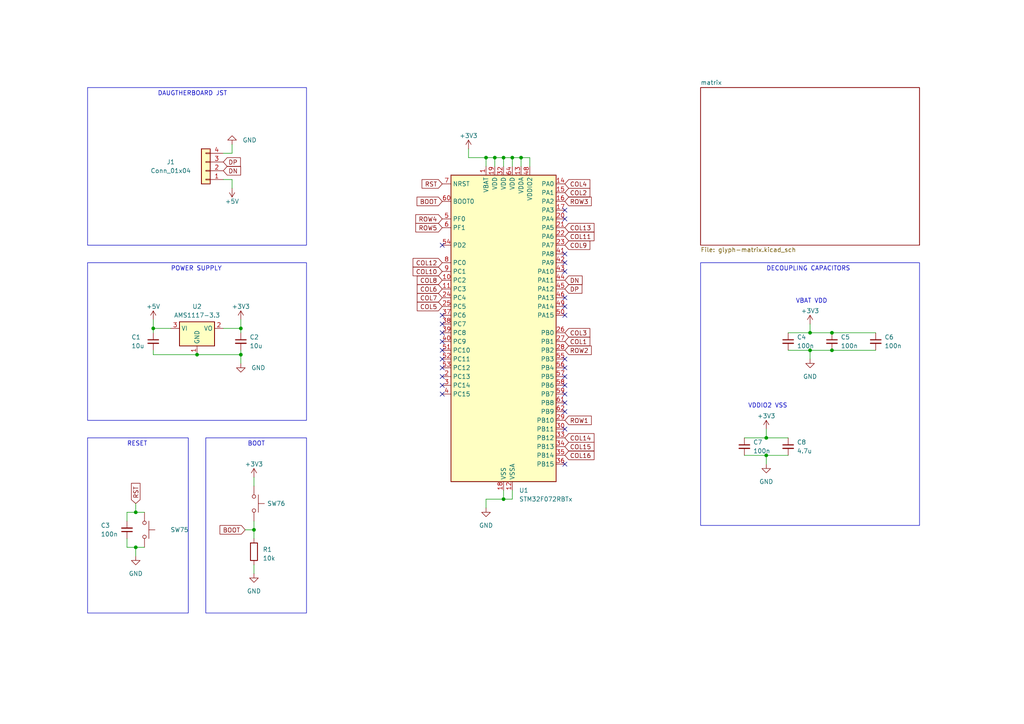
<source format=kicad_sch>
(kicad_sch (version 20230121) (generator eeschema)

  (uuid 2536db64-24f8-4690-9ad5-c4cbcbbb4d30)

  (paper "A4")

  (lib_symbols
    (symbol "Connector_Generic:Conn_01x04" (pin_names (offset 1.016) hide) (in_bom yes) (on_board yes)
      (property "Reference" "J" (at 0 5.08 0)
        (effects (font (size 1.27 1.27)))
      )
      (property "Value" "Conn_01x04" (at 0 -7.62 0)
        (effects (font (size 1.27 1.27)))
      )
      (property "Footprint" "" (at 0 0 0)
        (effects (font (size 1.27 1.27)) hide)
      )
      (property "Datasheet" "~" (at 0 0 0)
        (effects (font (size 1.27 1.27)) hide)
      )
      (property "ki_keywords" "connector" (at 0 0 0)
        (effects (font (size 1.27 1.27)) hide)
      )
      (property "ki_description" "Generic connector, single row, 01x04, script generated (kicad-library-utils/schlib/autogen/connector/)" (at 0 0 0)
        (effects (font (size 1.27 1.27)) hide)
      )
      (property "ki_fp_filters" "Connector*:*_1x??_*" (at 0 0 0)
        (effects (font (size 1.27 1.27)) hide)
      )
      (symbol "Conn_01x04_1_1"
        (rectangle (start -1.27 -4.953) (end 0 -5.207)
          (stroke (width 0.1524) (type default))
          (fill (type none))
        )
        (rectangle (start -1.27 -2.413) (end 0 -2.667)
          (stroke (width 0.1524) (type default))
          (fill (type none))
        )
        (rectangle (start -1.27 0.127) (end 0 -0.127)
          (stroke (width 0.1524) (type default))
          (fill (type none))
        )
        (rectangle (start -1.27 2.667) (end 0 2.413)
          (stroke (width 0.1524) (type default))
          (fill (type none))
        )
        (rectangle (start -1.27 3.81) (end 1.27 -6.35)
          (stroke (width 0.254) (type default))
          (fill (type background))
        )
        (pin passive line (at -5.08 2.54 0) (length 3.81)
          (name "Pin_1" (effects (font (size 1.27 1.27))))
          (number "1" (effects (font (size 1.27 1.27))))
        )
        (pin passive line (at -5.08 0 0) (length 3.81)
          (name "Pin_2" (effects (font (size 1.27 1.27))))
          (number "2" (effects (font (size 1.27 1.27))))
        )
        (pin passive line (at -5.08 -2.54 0) (length 3.81)
          (name "Pin_3" (effects (font (size 1.27 1.27))))
          (number "3" (effects (font (size 1.27 1.27))))
        )
        (pin passive line (at -5.08 -5.08 0) (length 3.81)
          (name "Pin_4" (effects (font (size 1.27 1.27))))
          (number "4" (effects (font (size 1.27 1.27))))
        )
      )
    )
    (symbol "Device:C_Small" (pin_numbers hide) (pin_names (offset 0.254) hide) (in_bom yes) (on_board yes)
      (property "Reference" "C" (at 0.254 1.778 0)
        (effects (font (size 1.27 1.27)) (justify left))
      )
      (property "Value" "C_Small" (at 0.254 -2.032 0)
        (effects (font (size 1.27 1.27)) (justify left))
      )
      (property "Footprint" "" (at 0 0 0)
        (effects (font (size 1.27 1.27)) hide)
      )
      (property "Datasheet" "~" (at 0 0 0)
        (effects (font (size 1.27 1.27)) hide)
      )
      (property "ki_keywords" "capacitor cap" (at 0 0 0)
        (effects (font (size 1.27 1.27)) hide)
      )
      (property "ki_description" "Unpolarized capacitor, small symbol" (at 0 0 0)
        (effects (font (size 1.27 1.27)) hide)
      )
      (property "ki_fp_filters" "C_*" (at 0 0 0)
        (effects (font (size 1.27 1.27)) hide)
      )
      (symbol "C_Small_0_1"
        (polyline
          (pts
            (xy -1.524 -0.508)
            (xy 1.524 -0.508)
          )
          (stroke (width 0.3302) (type default))
          (fill (type none))
        )
        (polyline
          (pts
            (xy -1.524 0.508)
            (xy 1.524 0.508)
          )
          (stroke (width 0.3048) (type default))
          (fill (type none))
        )
      )
      (symbol "C_Small_1_1"
        (pin passive line (at 0 2.54 270) (length 2.032)
          (name "~" (effects (font (size 1.27 1.27))))
          (number "1" (effects (font (size 1.27 1.27))))
        )
        (pin passive line (at 0 -2.54 90) (length 2.032)
          (name "~" (effects (font (size 1.27 1.27))))
          (number "2" (effects (font (size 1.27 1.27))))
        )
      )
    )
    (symbol "Device:R" (pin_numbers hide) (pin_names (offset 0)) (in_bom yes) (on_board yes)
      (property "Reference" "R" (at 2.032 0 90)
        (effects (font (size 1.27 1.27)))
      )
      (property "Value" "R" (at 0 0 90)
        (effects (font (size 1.27 1.27)))
      )
      (property "Footprint" "" (at -1.778 0 90)
        (effects (font (size 1.27 1.27)) hide)
      )
      (property "Datasheet" "~" (at 0 0 0)
        (effects (font (size 1.27 1.27)) hide)
      )
      (property "ki_keywords" "R res resistor" (at 0 0 0)
        (effects (font (size 1.27 1.27)) hide)
      )
      (property "ki_description" "Resistor" (at 0 0 0)
        (effects (font (size 1.27 1.27)) hide)
      )
      (property "ki_fp_filters" "R_*" (at 0 0 0)
        (effects (font (size 1.27 1.27)) hide)
      )
      (symbol "R_0_1"
        (rectangle (start -1.016 -2.54) (end 1.016 2.54)
          (stroke (width 0.254) (type default))
          (fill (type none))
        )
      )
      (symbol "R_1_1"
        (pin passive line (at 0 3.81 270) (length 1.27)
          (name "~" (effects (font (size 1.27 1.27))))
          (number "1" (effects (font (size 1.27 1.27))))
        )
        (pin passive line (at 0 -3.81 90) (length 1.27)
          (name "~" (effects (font (size 1.27 1.27))))
          (number "2" (effects (font (size 1.27 1.27))))
        )
      )
    )
    (symbol "MCU_ST_STM32F0:STM32F072RBTx" (in_bom yes) (on_board yes)
      (property "Reference" "U" (at -15.24 46.99 0)
        (effects (font (size 1.27 1.27)) (justify left))
      )
      (property "Value" "STM32F072RBTx" (at 10.16 46.99 0)
        (effects (font (size 1.27 1.27)) (justify left))
      )
      (property "Footprint" "Package_QFP:LQFP-64_10x10mm_P0.5mm" (at -15.24 -43.18 0)
        (effects (font (size 1.27 1.27)) (justify right) hide)
      )
      (property "Datasheet" "https://www.st.com/resource/en/datasheet/stm32f072rb.pdf" (at 0 0 0)
        (effects (font (size 1.27 1.27)) hide)
      )
      (property "ki_locked" "" (at 0 0 0)
        (effects (font (size 1.27 1.27)))
      )
      (property "ki_keywords" "Arm Cortex-M0 STM32F0 STM32F0x2" (at 0 0 0)
        (effects (font (size 1.27 1.27)) hide)
      )
      (property "ki_description" "STMicroelectronics Arm Cortex-M0 MCU, 128KB flash, 16KB RAM, 48 MHz, 2.0-3.6V, 51 GPIO, LQFP64" (at 0 0 0)
        (effects (font (size 1.27 1.27)) hide)
      )
      (property "ki_fp_filters" "LQFP*10x10mm*P0.5mm*" (at 0 0 0)
        (effects (font (size 1.27 1.27)) hide)
      )
      (symbol "STM32F072RBTx_0_1"
        (rectangle (start -15.24 -43.18) (end 15.24 45.72)
          (stroke (width 0.254) (type default))
          (fill (type background))
        )
      )
      (symbol "STM32F072RBTx_1_1"
        (pin power_in line (at -5.08 48.26 270) (length 2.54)
          (name "VBAT" (effects (font (size 1.27 1.27))))
          (number "1" (effects (font (size 1.27 1.27))))
        )
        (pin bidirectional line (at -17.78 15.24 0) (length 2.54)
          (name "PC2" (effects (font (size 1.27 1.27))))
          (number "10" (effects (font (size 1.27 1.27))))
          (alternate "ADC_IN12" bidirectional line)
          (alternate "I2S2_MCK" bidirectional line)
          (alternate "SPI2_MISO" bidirectional line)
        )
        (pin bidirectional line (at -17.78 12.7 0) (length 2.54)
          (name "PC3" (effects (font (size 1.27 1.27))))
          (number "11" (effects (font (size 1.27 1.27))))
          (alternate "ADC_IN13" bidirectional line)
          (alternate "I2S2_SD" bidirectional line)
          (alternate "SPI2_MOSI" bidirectional line)
        )
        (pin power_in line (at 2.54 -45.72 90) (length 2.54)
          (name "VSSA" (effects (font (size 1.27 1.27))))
          (number "12" (effects (font (size 1.27 1.27))))
        )
        (pin power_in line (at 5.08 48.26 270) (length 2.54)
          (name "VDDA" (effects (font (size 1.27 1.27))))
          (number "13" (effects (font (size 1.27 1.27))))
        )
        (pin bidirectional line (at 17.78 43.18 180) (length 2.54)
          (name "PA0" (effects (font (size 1.27 1.27))))
          (number "14" (effects (font (size 1.27 1.27))))
          (alternate "ADC_IN0" bidirectional line)
          (alternate "COMP1_INM" bidirectional line)
          (alternate "COMP1_OUT" bidirectional line)
          (alternate "RTC_TAMP2" bidirectional line)
          (alternate "SYS_WKUP1" bidirectional line)
          (alternate "TIM2_CH1" bidirectional line)
          (alternate "TIM2_ETR" bidirectional line)
          (alternate "TSC_G1_IO1" bidirectional line)
          (alternate "USART2_CTS" bidirectional line)
          (alternate "USART4_TX" bidirectional line)
        )
        (pin bidirectional line (at 17.78 40.64 180) (length 2.54)
          (name "PA1" (effects (font (size 1.27 1.27))))
          (number "15" (effects (font (size 1.27 1.27))))
          (alternate "ADC_IN1" bidirectional line)
          (alternate "COMP1_INP" bidirectional line)
          (alternate "TIM15_CH1N" bidirectional line)
          (alternate "TIM2_CH2" bidirectional line)
          (alternate "TSC_G1_IO2" bidirectional line)
          (alternate "USART2_DE" bidirectional line)
          (alternate "USART2_RTS" bidirectional line)
          (alternate "USART4_RX" bidirectional line)
        )
        (pin bidirectional line (at 17.78 38.1 180) (length 2.54)
          (name "PA2" (effects (font (size 1.27 1.27))))
          (number "16" (effects (font (size 1.27 1.27))))
          (alternate "ADC_IN2" bidirectional line)
          (alternate "COMP2_INM" bidirectional line)
          (alternate "COMP2_OUT" bidirectional line)
          (alternate "SYS_WKUP4" bidirectional line)
          (alternate "TIM15_CH1" bidirectional line)
          (alternate "TIM2_CH3" bidirectional line)
          (alternate "TSC_G1_IO3" bidirectional line)
          (alternate "USART2_TX" bidirectional line)
        )
        (pin bidirectional line (at 17.78 35.56 180) (length 2.54)
          (name "PA3" (effects (font (size 1.27 1.27))))
          (number "17" (effects (font (size 1.27 1.27))))
          (alternate "ADC_IN3" bidirectional line)
          (alternate "COMP2_INP" bidirectional line)
          (alternate "TIM15_CH2" bidirectional line)
          (alternate "TIM2_CH4" bidirectional line)
          (alternate "TSC_G1_IO4" bidirectional line)
          (alternate "USART2_RX" bidirectional line)
        )
        (pin power_in line (at 0 -45.72 90) (length 2.54)
          (name "VSS" (effects (font (size 1.27 1.27))))
          (number "18" (effects (font (size 1.27 1.27))))
        )
        (pin power_in line (at -2.54 48.26 270) (length 2.54)
          (name "VDD" (effects (font (size 1.27 1.27))))
          (number "19" (effects (font (size 1.27 1.27))))
        )
        (pin bidirectional line (at -17.78 -12.7 0) (length 2.54)
          (name "PC13" (effects (font (size 1.27 1.27))))
          (number "2" (effects (font (size 1.27 1.27))))
          (alternate "RTC_OUT_ALARM" bidirectional line)
          (alternate "RTC_OUT_CALIB" bidirectional line)
          (alternate "RTC_TAMP1" bidirectional line)
          (alternate "RTC_TS" bidirectional line)
          (alternate "SYS_WKUP2" bidirectional line)
        )
        (pin bidirectional line (at 17.78 33.02 180) (length 2.54)
          (name "PA4" (effects (font (size 1.27 1.27))))
          (number "20" (effects (font (size 1.27 1.27))))
          (alternate "ADC_IN4" bidirectional line)
          (alternate "COMP1_INM" bidirectional line)
          (alternate "COMP2_INM" bidirectional line)
          (alternate "DAC_OUT1" bidirectional line)
          (alternate "I2S1_WS" bidirectional line)
          (alternate "SPI1_NSS" bidirectional line)
          (alternate "TIM14_CH1" bidirectional line)
          (alternate "TSC_G2_IO1" bidirectional line)
          (alternate "USART2_CK" bidirectional line)
        )
        (pin bidirectional line (at 17.78 30.48 180) (length 2.54)
          (name "PA5" (effects (font (size 1.27 1.27))))
          (number "21" (effects (font (size 1.27 1.27))))
          (alternate "ADC_IN5" bidirectional line)
          (alternate "CEC" bidirectional line)
          (alternate "COMP1_INM" bidirectional line)
          (alternate "COMP2_INM" bidirectional line)
          (alternate "DAC_OUT2" bidirectional line)
          (alternate "I2S1_CK" bidirectional line)
          (alternate "SPI1_SCK" bidirectional line)
          (alternate "TIM2_CH1" bidirectional line)
          (alternate "TIM2_ETR" bidirectional line)
          (alternate "TSC_G2_IO2" bidirectional line)
        )
        (pin bidirectional line (at 17.78 27.94 180) (length 2.54)
          (name "PA6" (effects (font (size 1.27 1.27))))
          (number "22" (effects (font (size 1.27 1.27))))
          (alternate "ADC_IN6" bidirectional line)
          (alternate "COMP1_OUT" bidirectional line)
          (alternate "I2S1_MCK" bidirectional line)
          (alternate "SPI1_MISO" bidirectional line)
          (alternate "TIM16_CH1" bidirectional line)
          (alternate "TIM1_BKIN" bidirectional line)
          (alternate "TIM3_CH1" bidirectional line)
          (alternate "TSC_G2_IO3" bidirectional line)
          (alternate "USART3_CTS" bidirectional line)
        )
        (pin bidirectional line (at 17.78 25.4 180) (length 2.54)
          (name "PA7" (effects (font (size 1.27 1.27))))
          (number "23" (effects (font (size 1.27 1.27))))
          (alternate "ADC_IN7" bidirectional line)
          (alternate "COMP2_OUT" bidirectional line)
          (alternate "I2S1_SD" bidirectional line)
          (alternate "SPI1_MOSI" bidirectional line)
          (alternate "TIM14_CH1" bidirectional line)
          (alternate "TIM17_CH1" bidirectional line)
          (alternate "TIM1_CH1N" bidirectional line)
          (alternate "TIM3_CH2" bidirectional line)
          (alternate "TSC_G2_IO4" bidirectional line)
        )
        (pin bidirectional line (at -17.78 10.16 0) (length 2.54)
          (name "PC4" (effects (font (size 1.27 1.27))))
          (number "24" (effects (font (size 1.27 1.27))))
          (alternate "ADC_IN14" bidirectional line)
          (alternate "USART3_TX" bidirectional line)
        )
        (pin bidirectional line (at -17.78 7.62 0) (length 2.54)
          (name "PC5" (effects (font (size 1.27 1.27))))
          (number "25" (effects (font (size 1.27 1.27))))
          (alternate "ADC_IN15" bidirectional line)
          (alternate "SYS_WKUP5" bidirectional line)
          (alternate "TSC_G3_IO1" bidirectional line)
          (alternate "USART3_RX" bidirectional line)
        )
        (pin bidirectional line (at 17.78 0 180) (length 2.54)
          (name "PB0" (effects (font (size 1.27 1.27))))
          (number "26" (effects (font (size 1.27 1.27))))
          (alternate "ADC_IN8" bidirectional line)
          (alternate "TIM1_CH2N" bidirectional line)
          (alternate "TIM3_CH3" bidirectional line)
          (alternate "TSC_G3_IO2" bidirectional line)
          (alternate "USART3_CK" bidirectional line)
        )
        (pin bidirectional line (at 17.78 -2.54 180) (length 2.54)
          (name "PB1" (effects (font (size 1.27 1.27))))
          (number "27" (effects (font (size 1.27 1.27))))
          (alternate "ADC_IN9" bidirectional line)
          (alternate "TIM14_CH1" bidirectional line)
          (alternate "TIM1_CH3N" bidirectional line)
          (alternate "TIM3_CH4" bidirectional line)
          (alternate "TSC_G3_IO3" bidirectional line)
          (alternate "USART3_DE" bidirectional line)
          (alternate "USART3_RTS" bidirectional line)
        )
        (pin bidirectional line (at 17.78 -5.08 180) (length 2.54)
          (name "PB2" (effects (font (size 1.27 1.27))))
          (number "28" (effects (font (size 1.27 1.27))))
          (alternate "TSC_G3_IO4" bidirectional line)
        )
        (pin bidirectional line (at 17.78 -25.4 180) (length 2.54)
          (name "PB10" (effects (font (size 1.27 1.27))))
          (number "29" (effects (font (size 1.27 1.27))))
          (alternate "CEC" bidirectional line)
          (alternate "I2C2_SCL" bidirectional line)
          (alternate "I2S2_CK" bidirectional line)
          (alternate "SPI2_SCK" bidirectional line)
          (alternate "TIM2_CH3" bidirectional line)
          (alternate "TSC_SYNC" bidirectional line)
          (alternate "USART3_TX" bidirectional line)
        )
        (pin bidirectional line (at -17.78 -15.24 0) (length 2.54)
          (name "PC14" (effects (font (size 1.27 1.27))))
          (number "3" (effects (font (size 1.27 1.27))))
          (alternate "RCC_OSC32_IN" bidirectional line)
        )
        (pin bidirectional line (at 17.78 -27.94 180) (length 2.54)
          (name "PB11" (effects (font (size 1.27 1.27))))
          (number "30" (effects (font (size 1.27 1.27))))
          (alternate "I2C2_SDA" bidirectional line)
          (alternate "TIM2_CH4" bidirectional line)
          (alternate "TSC_G6_IO1" bidirectional line)
          (alternate "USART3_RX" bidirectional line)
        )
        (pin passive line (at 0 -45.72 90) (length 2.54) hide
          (name "VSS" (effects (font (size 1.27 1.27))))
          (number "31" (effects (font (size 1.27 1.27))))
        )
        (pin power_in line (at 0 48.26 270) (length 2.54)
          (name "VDD" (effects (font (size 1.27 1.27))))
          (number "32" (effects (font (size 1.27 1.27))))
        )
        (pin bidirectional line (at 17.78 -30.48 180) (length 2.54)
          (name "PB12" (effects (font (size 1.27 1.27))))
          (number "33" (effects (font (size 1.27 1.27))))
          (alternate "I2S2_WS" bidirectional line)
          (alternate "SPI2_NSS" bidirectional line)
          (alternate "TIM15_BKIN" bidirectional line)
          (alternate "TIM1_BKIN" bidirectional line)
          (alternate "TSC_G6_IO2" bidirectional line)
          (alternate "USART3_CK" bidirectional line)
        )
        (pin bidirectional line (at 17.78 -33.02 180) (length 2.54)
          (name "PB13" (effects (font (size 1.27 1.27))))
          (number "34" (effects (font (size 1.27 1.27))))
          (alternate "I2C2_SCL" bidirectional line)
          (alternate "I2S2_CK" bidirectional line)
          (alternate "SPI2_SCK" bidirectional line)
          (alternate "TIM1_CH1N" bidirectional line)
          (alternate "TSC_G6_IO3" bidirectional line)
          (alternate "USART3_CTS" bidirectional line)
        )
        (pin bidirectional line (at 17.78 -35.56 180) (length 2.54)
          (name "PB14" (effects (font (size 1.27 1.27))))
          (number "35" (effects (font (size 1.27 1.27))))
          (alternate "I2C2_SDA" bidirectional line)
          (alternate "I2S2_MCK" bidirectional line)
          (alternate "SPI2_MISO" bidirectional line)
          (alternate "TIM15_CH1" bidirectional line)
          (alternate "TIM1_CH2N" bidirectional line)
          (alternate "TSC_G6_IO4" bidirectional line)
          (alternate "USART3_DE" bidirectional line)
          (alternate "USART3_RTS" bidirectional line)
        )
        (pin bidirectional line (at 17.78 -38.1 180) (length 2.54)
          (name "PB15" (effects (font (size 1.27 1.27))))
          (number "36" (effects (font (size 1.27 1.27))))
          (alternate "I2S2_SD" bidirectional line)
          (alternate "RTC_REFIN" bidirectional line)
          (alternate "SPI2_MOSI" bidirectional line)
          (alternate "SYS_WKUP7" bidirectional line)
          (alternate "TIM15_CH1N" bidirectional line)
          (alternate "TIM15_CH2" bidirectional line)
          (alternate "TIM1_CH3N" bidirectional line)
        )
        (pin bidirectional line (at -17.78 5.08 0) (length 2.54)
          (name "PC6" (effects (font (size 1.27 1.27))))
          (number "37" (effects (font (size 1.27 1.27))))
          (alternate "TIM3_CH1" bidirectional line)
        )
        (pin bidirectional line (at -17.78 2.54 0) (length 2.54)
          (name "PC7" (effects (font (size 1.27 1.27))))
          (number "38" (effects (font (size 1.27 1.27))))
          (alternate "TIM3_CH2" bidirectional line)
        )
        (pin bidirectional line (at -17.78 0 0) (length 2.54)
          (name "PC8" (effects (font (size 1.27 1.27))))
          (number "39" (effects (font (size 1.27 1.27))))
          (alternate "TIM3_CH3" bidirectional line)
        )
        (pin bidirectional line (at -17.78 -17.78 0) (length 2.54)
          (name "PC15" (effects (font (size 1.27 1.27))))
          (number "4" (effects (font (size 1.27 1.27))))
          (alternate "RCC_OSC32_OUT" bidirectional line)
        )
        (pin bidirectional line (at -17.78 -2.54 0) (length 2.54)
          (name "PC9" (effects (font (size 1.27 1.27))))
          (number "40" (effects (font (size 1.27 1.27))))
          (alternate "DAC_EXTI9" bidirectional line)
          (alternate "TIM3_CH4" bidirectional line)
        )
        (pin bidirectional line (at 17.78 22.86 180) (length 2.54)
          (name "PA8" (effects (font (size 1.27 1.27))))
          (number "41" (effects (font (size 1.27 1.27))))
          (alternate "CRS_SYNC" bidirectional line)
          (alternate "RCC_MCO" bidirectional line)
          (alternate "TIM1_CH1" bidirectional line)
          (alternate "USART1_CK" bidirectional line)
        )
        (pin bidirectional line (at 17.78 20.32 180) (length 2.54)
          (name "PA9" (effects (font (size 1.27 1.27))))
          (number "42" (effects (font (size 1.27 1.27))))
          (alternate "DAC_EXTI9" bidirectional line)
          (alternate "TIM15_BKIN" bidirectional line)
          (alternate "TIM1_CH2" bidirectional line)
          (alternate "TSC_G4_IO1" bidirectional line)
          (alternate "USART1_TX" bidirectional line)
        )
        (pin bidirectional line (at 17.78 17.78 180) (length 2.54)
          (name "PA10" (effects (font (size 1.27 1.27))))
          (number "43" (effects (font (size 1.27 1.27))))
          (alternate "TIM17_BKIN" bidirectional line)
          (alternate "TIM1_CH3" bidirectional line)
          (alternate "TSC_G4_IO2" bidirectional line)
          (alternate "USART1_RX" bidirectional line)
        )
        (pin bidirectional line (at 17.78 15.24 180) (length 2.54)
          (name "PA11" (effects (font (size 1.27 1.27))))
          (number "44" (effects (font (size 1.27 1.27))))
          (alternate "CAN_RX" bidirectional line)
          (alternate "COMP1_OUT" bidirectional line)
          (alternate "TIM1_CH4" bidirectional line)
          (alternate "TSC_G4_IO3" bidirectional line)
          (alternate "USART1_CTS" bidirectional line)
          (alternate "USB_DM" bidirectional line)
        )
        (pin bidirectional line (at 17.78 12.7 180) (length 2.54)
          (name "PA12" (effects (font (size 1.27 1.27))))
          (number "45" (effects (font (size 1.27 1.27))))
          (alternate "CAN_TX" bidirectional line)
          (alternate "COMP2_OUT" bidirectional line)
          (alternate "TIM1_ETR" bidirectional line)
          (alternate "TSC_G4_IO4" bidirectional line)
          (alternate "USART1_DE" bidirectional line)
          (alternate "USART1_RTS" bidirectional line)
          (alternate "USB_DP" bidirectional line)
        )
        (pin bidirectional line (at 17.78 10.16 180) (length 2.54)
          (name "PA13" (effects (font (size 1.27 1.27))))
          (number "46" (effects (font (size 1.27 1.27))))
          (alternate "IR_OUT" bidirectional line)
          (alternate "SYS_SWDIO" bidirectional line)
          (alternate "USB_NOE" bidirectional line)
        )
        (pin passive line (at 0 -45.72 90) (length 2.54) hide
          (name "VSS" (effects (font (size 1.27 1.27))))
          (number "47" (effects (font (size 1.27 1.27))))
        )
        (pin power_in line (at 7.62 48.26 270) (length 2.54)
          (name "VDDIO2" (effects (font (size 1.27 1.27))))
          (number "48" (effects (font (size 1.27 1.27))))
        )
        (pin bidirectional line (at 17.78 7.62 180) (length 2.54)
          (name "PA14" (effects (font (size 1.27 1.27))))
          (number "49" (effects (font (size 1.27 1.27))))
          (alternate "SYS_SWCLK" bidirectional line)
          (alternate "USART2_TX" bidirectional line)
        )
        (pin bidirectional line (at -17.78 33.02 0) (length 2.54)
          (name "PF0" (effects (font (size 1.27 1.27))))
          (number "5" (effects (font (size 1.27 1.27))))
          (alternate "CRS_SYNC" bidirectional line)
          (alternate "RCC_OSC_IN" bidirectional line)
        )
        (pin bidirectional line (at 17.78 5.08 180) (length 2.54)
          (name "PA15" (effects (font (size 1.27 1.27))))
          (number "50" (effects (font (size 1.27 1.27))))
          (alternate "I2S1_WS" bidirectional line)
          (alternate "SPI1_NSS" bidirectional line)
          (alternate "TIM2_CH1" bidirectional line)
          (alternate "TIM2_ETR" bidirectional line)
          (alternate "USART2_RX" bidirectional line)
          (alternate "USART4_DE" bidirectional line)
          (alternate "USART4_RTS" bidirectional line)
        )
        (pin bidirectional line (at -17.78 -5.08 0) (length 2.54)
          (name "PC10" (effects (font (size 1.27 1.27))))
          (number "51" (effects (font (size 1.27 1.27))))
          (alternate "USART3_TX" bidirectional line)
          (alternate "USART4_TX" bidirectional line)
        )
        (pin bidirectional line (at -17.78 -7.62 0) (length 2.54)
          (name "PC11" (effects (font (size 1.27 1.27))))
          (number "52" (effects (font (size 1.27 1.27))))
          (alternate "USART3_RX" bidirectional line)
          (alternate "USART4_RX" bidirectional line)
        )
        (pin bidirectional line (at -17.78 -10.16 0) (length 2.54)
          (name "PC12" (effects (font (size 1.27 1.27))))
          (number "53" (effects (font (size 1.27 1.27))))
          (alternate "USART3_CK" bidirectional line)
          (alternate "USART4_CK" bidirectional line)
        )
        (pin bidirectional line (at -17.78 25.4 0) (length 2.54)
          (name "PD2" (effects (font (size 1.27 1.27))))
          (number "54" (effects (font (size 1.27 1.27))))
          (alternate "TIM3_ETR" bidirectional line)
          (alternate "USART3_DE" bidirectional line)
          (alternate "USART3_RTS" bidirectional line)
        )
        (pin bidirectional line (at 17.78 -7.62 180) (length 2.54)
          (name "PB3" (effects (font (size 1.27 1.27))))
          (number "55" (effects (font (size 1.27 1.27))))
          (alternate "I2S1_CK" bidirectional line)
          (alternate "SPI1_SCK" bidirectional line)
          (alternate "TIM2_CH2" bidirectional line)
          (alternate "TSC_G5_IO1" bidirectional line)
        )
        (pin bidirectional line (at 17.78 -10.16 180) (length 2.54)
          (name "PB4" (effects (font (size 1.27 1.27))))
          (number "56" (effects (font (size 1.27 1.27))))
          (alternate "I2S1_MCK" bidirectional line)
          (alternate "SPI1_MISO" bidirectional line)
          (alternate "TIM17_BKIN" bidirectional line)
          (alternate "TIM3_CH1" bidirectional line)
          (alternate "TSC_G5_IO2" bidirectional line)
        )
        (pin bidirectional line (at 17.78 -12.7 180) (length 2.54)
          (name "PB5" (effects (font (size 1.27 1.27))))
          (number "57" (effects (font (size 1.27 1.27))))
          (alternate "I2C1_SMBA" bidirectional line)
          (alternate "I2S1_SD" bidirectional line)
          (alternate "SPI1_MOSI" bidirectional line)
          (alternate "SYS_WKUP6" bidirectional line)
          (alternate "TIM16_BKIN" bidirectional line)
          (alternate "TIM3_CH2" bidirectional line)
        )
        (pin bidirectional line (at 17.78 -15.24 180) (length 2.54)
          (name "PB6" (effects (font (size 1.27 1.27))))
          (number "58" (effects (font (size 1.27 1.27))))
          (alternate "I2C1_SCL" bidirectional line)
          (alternate "TIM16_CH1N" bidirectional line)
          (alternate "TSC_G5_IO3" bidirectional line)
          (alternate "USART1_TX" bidirectional line)
        )
        (pin bidirectional line (at 17.78 -17.78 180) (length 2.54)
          (name "PB7" (effects (font (size 1.27 1.27))))
          (number "59" (effects (font (size 1.27 1.27))))
          (alternate "I2C1_SDA" bidirectional line)
          (alternate "TIM17_CH1N" bidirectional line)
          (alternate "TSC_G5_IO4" bidirectional line)
          (alternate "USART1_RX" bidirectional line)
          (alternate "USART4_CTS" bidirectional line)
        )
        (pin bidirectional line (at -17.78 30.48 0) (length 2.54)
          (name "PF1" (effects (font (size 1.27 1.27))))
          (number "6" (effects (font (size 1.27 1.27))))
          (alternate "RCC_OSC_OUT" bidirectional line)
        )
        (pin input line (at -17.78 38.1 0) (length 2.54)
          (name "BOOT0" (effects (font (size 1.27 1.27))))
          (number "60" (effects (font (size 1.27 1.27))))
        )
        (pin bidirectional line (at 17.78 -20.32 180) (length 2.54)
          (name "PB8" (effects (font (size 1.27 1.27))))
          (number "61" (effects (font (size 1.27 1.27))))
          (alternate "CAN_RX" bidirectional line)
          (alternate "CEC" bidirectional line)
          (alternate "I2C1_SCL" bidirectional line)
          (alternate "TIM16_CH1" bidirectional line)
          (alternate "TSC_SYNC" bidirectional line)
        )
        (pin bidirectional line (at 17.78 -22.86 180) (length 2.54)
          (name "PB9" (effects (font (size 1.27 1.27))))
          (number "62" (effects (font (size 1.27 1.27))))
          (alternate "CAN_TX" bidirectional line)
          (alternate "DAC_EXTI9" bidirectional line)
          (alternate "I2C1_SDA" bidirectional line)
          (alternate "I2S2_WS" bidirectional line)
          (alternate "IR_OUT" bidirectional line)
          (alternate "SPI2_NSS" bidirectional line)
          (alternate "TIM17_CH1" bidirectional line)
        )
        (pin passive line (at 0 -45.72 90) (length 2.54) hide
          (name "VSS" (effects (font (size 1.27 1.27))))
          (number "63" (effects (font (size 1.27 1.27))))
        )
        (pin power_in line (at 2.54 48.26 270) (length 2.54)
          (name "VDD" (effects (font (size 1.27 1.27))))
          (number "64" (effects (font (size 1.27 1.27))))
        )
        (pin input line (at -17.78 43.18 0) (length 2.54)
          (name "NRST" (effects (font (size 1.27 1.27))))
          (number "7" (effects (font (size 1.27 1.27))))
        )
        (pin bidirectional line (at -17.78 20.32 0) (length 2.54)
          (name "PC0" (effects (font (size 1.27 1.27))))
          (number "8" (effects (font (size 1.27 1.27))))
          (alternate "ADC_IN10" bidirectional line)
        )
        (pin bidirectional line (at -17.78 17.78 0) (length 2.54)
          (name "PC1" (effects (font (size 1.27 1.27))))
          (number "9" (effects (font (size 1.27 1.27))))
          (alternate "ADC_IN11" bidirectional line)
        )
      )
    )
    (symbol "Regulator_Linear:AMS1117-3.3" (in_bom yes) (on_board yes)
      (property "Reference" "U" (at -3.81 3.175 0)
        (effects (font (size 1.27 1.27)))
      )
      (property "Value" "AMS1117-3.3" (at 0 3.175 0)
        (effects (font (size 1.27 1.27)) (justify left))
      )
      (property "Footprint" "Package_TO_SOT_SMD:SOT-223-3_TabPin2" (at 0 5.08 0)
        (effects (font (size 1.27 1.27)) hide)
      )
      (property "Datasheet" "http://www.advanced-monolithic.com/pdf/ds1117.pdf" (at 2.54 -6.35 0)
        (effects (font (size 1.27 1.27)) hide)
      )
      (property "ki_keywords" "linear regulator ldo fixed positive" (at 0 0 0)
        (effects (font (size 1.27 1.27)) hide)
      )
      (property "ki_description" "1A Low Dropout regulator, positive, 3.3V fixed output, SOT-223" (at 0 0 0)
        (effects (font (size 1.27 1.27)) hide)
      )
      (property "ki_fp_filters" "SOT?223*TabPin2*" (at 0 0 0)
        (effects (font (size 1.27 1.27)) hide)
      )
      (symbol "AMS1117-3.3_0_1"
        (rectangle (start -5.08 -5.08) (end 5.08 1.905)
          (stroke (width 0.254) (type default))
          (fill (type background))
        )
      )
      (symbol "AMS1117-3.3_1_1"
        (pin power_in line (at 0 -7.62 90) (length 2.54)
          (name "GND" (effects (font (size 1.27 1.27))))
          (number "1" (effects (font (size 1.27 1.27))))
        )
        (pin power_out line (at 7.62 0 180) (length 2.54)
          (name "VO" (effects (font (size 1.27 1.27))))
          (number "2" (effects (font (size 1.27 1.27))))
        )
        (pin power_in line (at -7.62 0 0) (length 2.54)
          (name "VI" (effects (font (size 1.27 1.27))))
          (number "3" (effects (font (size 1.27 1.27))))
        )
      )
    )
    (symbol "Switch:SW_Push" (pin_numbers hide) (pin_names (offset 1.016) hide) (in_bom yes) (on_board yes)
      (property "Reference" "SW" (at 1.27 2.54 0)
        (effects (font (size 1.27 1.27)) (justify left))
      )
      (property "Value" "SW_Push" (at 0 -1.524 0)
        (effects (font (size 1.27 1.27)))
      )
      (property "Footprint" "" (at 0 5.08 0)
        (effects (font (size 1.27 1.27)) hide)
      )
      (property "Datasheet" "~" (at 0 5.08 0)
        (effects (font (size 1.27 1.27)) hide)
      )
      (property "ki_keywords" "switch normally-open pushbutton push-button" (at 0 0 0)
        (effects (font (size 1.27 1.27)) hide)
      )
      (property "ki_description" "Push button switch, generic, two pins" (at 0 0 0)
        (effects (font (size 1.27 1.27)) hide)
      )
      (symbol "SW_Push_0_1"
        (circle (center -2.032 0) (radius 0.508)
          (stroke (width 0) (type default))
          (fill (type none))
        )
        (polyline
          (pts
            (xy 0 1.27)
            (xy 0 3.048)
          )
          (stroke (width 0) (type default))
          (fill (type none))
        )
        (polyline
          (pts
            (xy 2.54 1.27)
            (xy -2.54 1.27)
          )
          (stroke (width 0) (type default))
          (fill (type none))
        )
        (circle (center 2.032 0) (radius 0.508)
          (stroke (width 0) (type default))
          (fill (type none))
        )
        (pin passive line (at -5.08 0 0) (length 2.54)
          (name "1" (effects (font (size 1.27 1.27))))
          (number "1" (effects (font (size 1.27 1.27))))
        )
        (pin passive line (at 5.08 0 180) (length 2.54)
          (name "2" (effects (font (size 1.27 1.27))))
          (number "2" (effects (font (size 1.27 1.27))))
        )
      )
    )
    (symbol "power:+3V3" (power) (pin_names (offset 0)) (in_bom yes) (on_board yes)
      (property "Reference" "#PWR" (at 0 -3.81 0)
        (effects (font (size 1.27 1.27)) hide)
      )
      (property "Value" "+3V3" (at 0 3.556 0)
        (effects (font (size 1.27 1.27)))
      )
      (property "Footprint" "" (at 0 0 0)
        (effects (font (size 1.27 1.27)) hide)
      )
      (property "Datasheet" "" (at 0 0 0)
        (effects (font (size 1.27 1.27)) hide)
      )
      (property "ki_keywords" "global power" (at 0 0 0)
        (effects (font (size 1.27 1.27)) hide)
      )
      (property "ki_description" "Power symbol creates a global label with name \"+3V3\"" (at 0 0 0)
        (effects (font (size 1.27 1.27)) hide)
      )
      (symbol "+3V3_0_1"
        (polyline
          (pts
            (xy -0.762 1.27)
            (xy 0 2.54)
          )
          (stroke (width 0) (type default))
          (fill (type none))
        )
        (polyline
          (pts
            (xy 0 0)
            (xy 0 2.54)
          )
          (stroke (width 0) (type default))
          (fill (type none))
        )
        (polyline
          (pts
            (xy 0 2.54)
            (xy 0.762 1.27)
          )
          (stroke (width 0) (type default))
          (fill (type none))
        )
      )
      (symbol "+3V3_1_1"
        (pin power_in line (at 0 0 90) (length 0) hide
          (name "+3V3" (effects (font (size 1.27 1.27))))
          (number "1" (effects (font (size 1.27 1.27))))
        )
      )
    )
    (symbol "power:+5V" (power) (pin_names (offset 0)) (in_bom yes) (on_board yes)
      (property "Reference" "#PWR" (at 0 -3.81 0)
        (effects (font (size 1.27 1.27)) hide)
      )
      (property "Value" "+5V" (at 0 3.556 0)
        (effects (font (size 1.27 1.27)))
      )
      (property "Footprint" "" (at 0 0 0)
        (effects (font (size 1.27 1.27)) hide)
      )
      (property "Datasheet" "" (at 0 0 0)
        (effects (font (size 1.27 1.27)) hide)
      )
      (property "ki_keywords" "global power" (at 0 0 0)
        (effects (font (size 1.27 1.27)) hide)
      )
      (property "ki_description" "Power symbol creates a global label with name \"+5V\"" (at 0 0 0)
        (effects (font (size 1.27 1.27)) hide)
      )
      (symbol "+5V_0_1"
        (polyline
          (pts
            (xy -0.762 1.27)
            (xy 0 2.54)
          )
          (stroke (width 0) (type default))
          (fill (type none))
        )
        (polyline
          (pts
            (xy 0 0)
            (xy 0 2.54)
          )
          (stroke (width 0) (type default))
          (fill (type none))
        )
        (polyline
          (pts
            (xy 0 2.54)
            (xy 0.762 1.27)
          )
          (stroke (width 0) (type default))
          (fill (type none))
        )
      )
      (symbol "+5V_1_1"
        (pin power_in line (at 0 0 90) (length 0) hide
          (name "+5V" (effects (font (size 1.27 1.27))))
          (number "1" (effects (font (size 1.27 1.27))))
        )
      )
    )
    (symbol "power:GND" (power) (pin_names (offset 0)) (in_bom yes) (on_board yes)
      (property "Reference" "#PWR" (at 0 -6.35 0)
        (effects (font (size 1.27 1.27)) hide)
      )
      (property "Value" "GND" (at 0 -3.81 0)
        (effects (font (size 1.27 1.27)))
      )
      (property "Footprint" "" (at 0 0 0)
        (effects (font (size 1.27 1.27)) hide)
      )
      (property "Datasheet" "" (at 0 0 0)
        (effects (font (size 1.27 1.27)) hide)
      )
      (property "ki_keywords" "global power" (at 0 0 0)
        (effects (font (size 1.27 1.27)) hide)
      )
      (property "ki_description" "Power symbol creates a global label with name \"GND\" , ground" (at 0 0 0)
        (effects (font (size 1.27 1.27)) hide)
      )
      (symbol "GND_0_1"
        (polyline
          (pts
            (xy 0 0)
            (xy 0 -1.27)
            (xy 1.27 -1.27)
            (xy 0 -2.54)
            (xy -1.27 -1.27)
            (xy 0 -1.27)
          )
          (stroke (width 0) (type default))
          (fill (type none))
        )
      )
      (symbol "GND_1_1"
        (pin power_in line (at 0 0 270) (length 0) hide
          (name "GND" (effects (font (size 1.27 1.27))))
          (number "1" (effects (font (size 1.27 1.27))))
        )
      )
    )
  )

  (junction (at 146.05 144.78) (diameter 0) (color 0 0 0 0)
    (uuid 390ae9a4-0f9d-4f19-8b2a-739301fa1b78)
  )
  (junction (at 241.3 96.52) (diameter 0) (color 0 0 0 0)
    (uuid 3d2bc9e3-5371-4457-82c4-6581aeb9d35f)
  )
  (junction (at 151.13 45.72) (diameter 0) (color 0 0 0 0)
    (uuid 528e522d-e9d1-4040-82a7-f7e4bd51926f)
  )
  (junction (at 39.37 158.75) (diameter 0) (color 0 0 0 0)
    (uuid 5e97da65-da3b-47d3-b867-a98637d68667)
  )
  (junction (at 146.05 45.72) (diameter 0) (color 0 0 0 0)
    (uuid 651910bc-e5b2-48d3-9242-0951862d45aa)
  )
  (junction (at 69.85 95.25) (diameter 0) (color 0 0 0 0)
    (uuid 6dc3088e-d21b-4e9e-a937-317d2bee37a8)
  )
  (junction (at 234.95 101.6) (diameter 0) (color 0 0 0 0)
    (uuid 7ed32d4a-b32d-4649-bd29-b4e77dde5303)
  )
  (junction (at 69.85 102.87) (diameter 0) (color 0 0 0 0)
    (uuid 806a42b8-b1b9-4380-a164-3b225cbafc44)
  )
  (junction (at 222.25 127) (diameter 0) (color 0 0 0 0)
    (uuid 97e57270-4696-4412-9ecb-8fbfd8e6ba27)
  )
  (junction (at 140.97 45.72) (diameter 0) (color 0 0 0 0)
    (uuid 9b302345-7b93-4c6e-a043-d7850f0fdf97)
  )
  (junction (at 73.66 153.67) (diameter 0) (color 0 0 0 0)
    (uuid a1f244c9-cc54-43d8-a362-69133e29bf8e)
  )
  (junction (at 39.37 148.59) (diameter 0) (color 0 0 0 0)
    (uuid ab7a7127-90a2-49b1-81ba-702aeb01d2f8)
  )
  (junction (at 241.3 101.6) (diameter 0) (color 0 0 0 0)
    (uuid b83243b0-d343-44fc-866c-3a4bcac19b51)
  )
  (junction (at 143.51 45.72) (diameter 0) (color 0 0 0 0)
    (uuid bd5ab3a0-9dcb-40a5-a32e-88ed1a8e6923)
  )
  (junction (at 44.45 95.25) (diameter 0) (color 0 0 0 0)
    (uuid bdb4033f-768d-43a0-bd1e-65a07348c285)
  )
  (junction (at 57.15 102.87) (diameter 0) (color 0 0 0 0)
    (uuid c1d77e06-263c-4fd2-9653-c84192a5406d)
  )
  (junction (at 148.59 45.72) (diameter 0) (color 0 0 0 0)
    (uuid f037eca9-f0a9-4763-9766-c7c408bf1b82)
  )
  (junction (at 234.95 96.52) (diameter 0) (color 0 0 0 0)
    (uuid f4e551c5-05bf-4514-bb57-78e5f1869029)
  )
  (junction (at 222.25 132.08) (diameter 0) (color 0 0 0 0)
    (uuid fccddc6c-5f51-45b2-aff9-f71a647a7f15)
  )

  (no_connect (at 128.27 109.22) (uuid 228b4d86-c63f-4a6d-be47-d9dc9c6cbc17))
  (no_connect (at 128.27 93.98) (uuid 24697316-9b4c-4b61-865b-be66b59bf29d))
  (no_connect (at 128.27 101.6) (uuid 28e766ab-1e40-4d32-99b1-0047b21e2675))
  (no_connect (at 128.27 111.76) (uuid 34087269-5900-4bfa-8c3c-ee10e468f06a))
  (no_connect (at 163.83 60.96) (uuid 409c1354-2548-453f-9f90-49cb061c0f35))
  (no_connect (at 128.27 104.14) (uuid 469ff6af-c1dd-4678-b90a-2291207cad5e))
  (no_connect (at 163.83 114.3) (uuid 53fbdac3-b0be-4abb-92f1-7a924bd4bb66))
  (no_connect (at 128.27 106.68) (uuid 571e4b7b-c590-452d-aef3-b104476c19b5))
  (no_connect (at 163.83 104.14) (uuid 5e1de1a6-a1e8-42a3-8a53-8ea5f7d43d1a))
  (no_connect (at 163.83 63.5) (uuid 62dff0ac-7d8c-4973-aeb0-0646e0999df3))
  (no_connect (at 163.83 124.46) (uuid 643d4bfe-8bbd-4a59-9e2f-e6c227b5bf1e))
  (no_connect (at 128.27 99.06) (uuid 6825f9cc-3bf4-4993-b188-87d90a897f0b))
  (no_connect (at 128.27 96.52) (uuid 7608dd48-102d-4ce4-87e1-bd5a06e8e797))
  (no_connect (at 163.83 86.36) (uuid 78335fc4-9f87-464f-84fd-fbdfb9da1d3c))
  (no_connect (at 163.83 111.76) (uuid 7a3a6189-94b8-43b1-b31c-29001b9fec99))
  (no_connect (at 163.83 109.22) (uuid 7e34af23-2079-420e-94d2-9c0fd81e7395))
  (no_connect (at 128.27 71.12) (uuid 8dc12bdd-eba6-497f-853f-e6e7a894aacf))
  (no_connect (at 163.83 91.44) (uuid 8ea6e5fa-7815-4754-a907-e14e78d9854b))
  (no_connect (at 163.83 116.84) (uuid ab09c241-f48a-44b9-855f-05c0cb75fda1))
  (no_connect (at 163.83 73.66) (uuid bbf50bf6-a6a5-4e11-b689-6aff9c222841))
  (no_connect (at 163.83 134.62) (uuid bd230a3e-5ea3-44f2-a26d-f1790b006cd0))
  (no_connect (at 128.27 91.44) (uuid ddecb01d-676b-4b82-954a-2977e0ae842b))
  (no_connect (at 163.83 106.68) (uuid e0213be5-df5e-4802-beda-596d52c83fdf))
  (no_connect (at 128.27 114.3) (uuid e1e784f5-592e-42ac-b88e-8f408d70c589))
  (no_connect (at 163.83 119.38) (uuid e4552a17-5c7e-49ba-9f16-d623e5337790))
  (no_connect (at 163.83 78.74) (uuid e81a6134-7ec6-4301-91c4-725b865563a3))
  (no_connect (at 163.83 76.2) (uuid e8d946a3-b345-42cb-bce3-6473ca03d06f))
  (no_connect (at 163.83 88.9) (uuid f7189aa5-f46d-44bd-94a9-1f824b125564))

  (wire (pts (xy 146.05 45.72) (xy 148.59 45.72))
    (stroke (width 0) (type default))
    (uuid 00ce7302-5f6c-4bff-a81d-4cafba5dbb6d)
  )
  (wire (pts (xy 44.45 102.87) (xy 57.15 102.87))
    (stroke (width 0) (type default))
    (uuid 0795d626-616e-47d8-abc9-036669fcd6c3)
  )
  (wire (pts (xy 71.12 153.67) (xy 73.66 153.67))
    (stroke (width 0) (type default))
    (uuid 0db91e9b-c036-4d08-a3d2-bb6abc9cea2a)
  )
  (wire (pts (xy 234.95 96.52) (xy 228.6 96.52))
    (stroke (width 0) (type default))
    (uuid 13e2b8a3-fdc4-46d0-855f-22c8a443dee0)
  )
  (wire (pts (xy 148.59 144.78) (xy 148.59 142.24))
    (stroke (width 0) (type default))
    (uuid 13e995dd-eea0-4ab2-9caa-f0596d3b7306)
  )
  (wire (pts (xy 36.83 158.75) (xy 39.37 158.75))
    (stroke (width 0) (type default))
    (uuid 170996c8-d0a2-4511-b957-30d4d3efe837)
  )
  (wire (pts (xy 36.83 148.59) (xy 39.37 148.59))
    (stroke (width 0) (type default))
    (uuid 1a49e802-d906-4340-8bc6-84b6e184ccce)
  )
  (wire (pts (xy 39.37 158.75) (xy 39.37 161.29))
    (stroke (width 0) (type default))
    (uuid 1aa42e92-9c5d-45bd-8e8a-e589ca830c88)
  )
  (wire (pts (xy 36.83 156.21) (xy 36.83 158.75))
    (stroke (width 0) (type default))
    (uuid 1b439b8c-8de4-4da4-a331-eee1302c19c8)
  )
  (wire (pts (xy 234.95 101.6) (xy 241.3 101.6))
    (stroke (width 0) (type default))
    (uuid 1c437844-c253-4a61-a60b-bec1ace05d1b)
  )
  (wire (pts (xy 39.37 148.59) (xy 41.91 148.59))
    (stroke (width 0) (type default))
    (uuid 1fd25505-2a1c-4634-873f-b5cd3f29cd05)
  )
  (wire (pts (xy 69.85 102.87) (xy 57.15 102.87))
    (stroke (width 0) (type default))
    (uuid 253329e1-ae1f-457b-9543-4538c84d1a52)
  )
  (wire (pts (xy 69.85 105.41) (xy 69.85 102.87))
    (stroke (width 0) (type default))
    (uuid 275d55cd-819c-4ac1-9291-75f2fbba9419)
  )
  (wire (pts (xy 146.05 144.78) (xy 148.59 144.78))
    (stroke (width 0) (type default))
    (uuid 2c06af08-d1d0-4c57-8902-5bc17defd49d)
  )
  (wire (pts (xy 73.66 138.43) (xy 73.66 140.97))
    (stroke (width 0) (type default))
    (uuid 2cb5112c-00e3-44ed-be92-705d793034c4)
  )
  (wire (pts (xy 153.67 45.72) (xy 153.67 48.26))
    (stroke (width 0) (type default))
    (uuid 2d264892-ac9a-4ef7-a9f6-3cd980f14f51)
  )
  (wire (pts (xy 148.59 45.72) (xy 151.13 45.72))
    (stroke (width 0) (type default))
    (uuid 33b449b2-8722-4361-a658-fed68138aa82)
  )
  (wire (pts (xy 148.59 45.72) (xy 148.59 48.26))
    (stroke (width 0) (type default))
    (uuid 364a0725-e629-45f3-9002-b1c4c37c9ee9)
  )
  (wire (pts (xy 222.25 134.62) (xy 222.25 132.08))
    (stroke (width 0) (type default))
    (uuid 373ed570-573a-461f-8014-cc113daec154)
  )
  (wire (pts (xy 215.9 132.08) (xy 222.25 132.08))
    (stroke (width 0) (type default))
    (uuid 3f3e660c-97d4-4c25-8bc3-b5e5ade90db1)
  )
  (wire (pts (xy 67.31 44.45) (xy 64.77 44.45))
    (stroke (width 0) (type default))
    (uuid 506d2cfc-bab8-4833-bb24-27d30ad97d9a)
  )
  (wire (pts (xy 135.89 45.72) (xy 135.89 43.18))
    (stroke (width 0) (type default))
    (uuid 5091bab1-52eb-4344-95a1-34260a030738)
  )
  (wire (pts (xy 241.3 101.6) (xy 254 101.6))
    (stroke (width 0) (type default))
    (uuid 5352361c-da63-44d9-8e1a-f51bd81ceb0d)
  )
  (wire (pts (xy 140.97 144.78) (xy 140.97 147.32))
    (stroke (width 0) (type default))
    (uuid 55589ec1-d045-4e00-baee-f48392e3e73d)
  )
  (wire (pts (xy 234.95 104.14) (xy 234.95 101.6))
    (stroke (width 0) (type default))
    (uuid 5bad9889-7cd7-4c58-824f-5a8855044cbe)
  )
  (wire (pts (xy 69.85 95.25) (xy 64.77 95.25))
    (stroke (width 0) (type default))
    (uuid 6aa59e37-6f95-4d50-8f7a-0a5573be5d77)
  )
  (wire (pts (xy 143.51 45.72) (xy 146.05 45.72))
    (stroke (width 0) (type default))
    (uuid 6c8549a3-de59-4284-8003-52c4c55a289c)
  )
  (wire (pts (xy 67.31 52.07) (xy 64.77 52.07))
    (stroke (width 0) (type default))
    (uuid 6e8cd26c-c3c1-436e-9768-34b2112af2bb)
  )
  (wire (pts (xy 44.45 92.71) (xy 44.45 95.25))
    (stroke (width 0) (type default))
    (uuid 7ad084d3-3377-4130-9d7c-c611fcaa82d8)
  )
  (wire (pts (xy 69.85 101.6) (xy 69.85 102.87))
    (stroke (width 0) (type default))
    (uuid 7bf8d3da-6d9c-439b-8b05-ebd14db95b3a)
  )
  (wire (pts (xy 73.66 153.67) (xy 73.66 156.21))
    (stroke (width 0) (type default))
    (uuid 7df51999-53bb-46c7-86c7-fe93150857ac)
  )
  (wire (pts (xy 146.05 144.78) (xy 146.05 142.24))
    (stroke (width 0) (type default))
    (uuid 80cab53c-e5c7-4fea-9ad5-83c488da97ee)
  )
  (wire (pts (xy 69.85 96.52) (xy 69.85 95.25))
    (stroke (width 0) (type default))
    (uuid 86f13556-d422-46df-bb42-a084dad60dcb)
  )
  (wire (pts (xy 215.9 127) (xy 222.25 127))
    (stroke (width 0) (type default))
    (uuid 8b22968e-b6b8-4ad1-bdc2-80011c11830a)
  )
  (wire (pts (xy 228.6 101.6) (xy 234.95 101.6))
    (stroke (width 0) (type default))
    (uuid 8b876f59-3d8a-42d9-8207-722d5bb4d462)
  )
  (wire (pts (xy 222.25 127) (xy 228.6 127))
    (stroke (width 0) (type default))
    (uuid 8d46b452-259f-4773-98ed-1ad234543699)
  )
  (wire (pts (xy 151.13 45.72) (xy 153.67 45.72))
    (stroke (width 0) (type default))
    (uuid 9577a84c-8d93-47e7-bc99-3e01b75f90b3)
  )
  (wire (pts (xy 140.97 45.72) (xy 143.51 45.72))
    (stroke (width 0) (type default))
    (uuid 9dd36baf-8aa3-4b7d-ab79-3638aec2ce42)
  )
  (wire (pts (xy 234.95 96.52) (xy 241.3 96.52))
    (stroke (width 0) (type default))
    (uuid a2664089-e71c-45c9-96e2-edb671c409a4)
  )
  (wire (pts (xy 39.37 146.05) (xy 39.37 148.59))
    (stroke (width 0) (type default))
    (uuid a78647a5-4dcc-4d62-8030-e3d80a2494d0)
  )
  (wire (pts (xy 241.3 96.52) (xy 254 96.52))
    (stroke (width 0) (type default))
    (uuid b384b1ec-c7fd-43cc-8fa4-6461fb2d087a)
  )
  (wire (pts (xy 135.89 45.72) (xy 140.97 45.72))
    (stroke (width 0) (type default))
    (uuid b3ab57c6-ee80-4820-a034-240d9f063d2b)
  )
  (wire (pts (xy 44.45 96.52) (xy 44.45 95.25))
    (stroke (width 0) (type default))
    (uuid b3d13185-3dad-4590-a251-7698e451f78b)
  )
  (wire (pts (xy 73.66 151.13) (xy 73.66 153.67))
    (stroke (width 0) (type default))
    (uuid c83dd014-c5d8-4f51-af01-fd96a7742fc7)
  )
  (wire (pts (xy 67.31 41.91) (xy 67.31 44.45))
    (stroke (width 0) (type default))
    (uuid d2ff0374-2ad1-468f-a4b3-4397fb647e0a)
  )
  (wire (pts (xy 36.83 148.59) (xy 36.83 151.13))
    (stroke (width 0) (type default))
    (uuid d6425d9b-f0e3-4b94-ba47-32c2c5aba808)
  )
  (wire (pts (xy 143.51 45.72) (xy 143.51 48.26))
    (stroke (width 0) (type default))
    (uuid d76520d0-2702-437a-b400-3f65e3f7a79e)
  )
  (wire (pts (xy 73.66 166.37) (xy 73.66 163.83))
    (stroke (width 0) (type default))
    (uuid de298bfd-f9ec-4f17-9f6d-a2b37e6da447)
  )
  (wire (pts (xy 146.05 45.72) (xy 146.05 48.26))
    (stroke (width 0) (type default))
    (uuid e100a4e6-ebc7-4e0e-b7b6-154ae5b6335d)
  )
  (wire (pts (xy 234.95 93.98) (xy 234.95 96.52))
    (stroke (width 0) (type default))
    (uuid e4a197c0-0d14-46ed-99f5-501a1d721262)
  )
  (wire (pts (xy 222.25 124.46) (xy 222.25 127))
    (stroke (width 0) (type default))
    (uuid e7e2777c-4b0c-4787-bb42-76c5099dc6b4)
  )
  (wire (pts (xy 151.13 45.72) (xy 151.13 48.26))
    (stroke (width 0) (type default))
    (uuid ea4fa868-1238-463d-a606-80071b352a2c)
  )
  (wire (pts (xy 222.25 132.08) (xy 228.6 132.08))
    (stroke (width 0) (type default))
    (uuid eba31ea6-109f-40bf-b9e9-eb89cf822bb7)
  )
  (wire (pts (xy 140.97 144.78) (xy 146.05 144.78))
    (stroke (width 0) (type default))
    (uuid eeea4baf-70ee-4034-806b-dc4e5422296f)
  )
  (wire (pts (xy 67.31 54.61) (xy 67.31 52.07))
    (stroke (width 0) (type default))
    (uuid f0d77e1b-c75b-4a61-bf58-fe24b613c058)
  )
  (wire (pts (xy 140.97 45.72) (xy 140.97 48.26))
    (stroke (width 0) (type default))
    (uuid f16bcb7a-38e9-4963-9f9c-944c21615fb7)
  )
  (wire (pts (xy 44.45 101.6) (xy 44.45 102.87))
    (stroke (width 0) (type default))
    (uuid f524e4f4-92d3-4dd0-bb16-cf72212d65f6)
  )
  (wire (pts (xy 39.37 158.75) (xy 41.91 158.75))
    (stroke (width 0) (type default))
    (uuid f60eb64f-8e21-4917-8cb9-e8f2d5b62744)
  )
  (wire (pts (xy 44.45 95.25) (xy 49.53 95.25))
    (stroke (width 0) (type default))
    (uuid f850f00d-2705-4235-998a-1815ddb5cf18)
  )
  (wire (pts (xy 69.85 92.71) (xy 69.85 95.25))
    (stroke (width 0) (type default))
    (uuid faa2d194-5448-4197-99f6-798aecd2e356)
  )

  (rectangle (start 25.4 76.2) (end 88.9 121.92)
    (stroke (width 0) (type default))
    (fill (type none))
    (uuid 03b2261c-5122-485f-8c06-be0ee46f40f3)
  )
  (rectangle (start 25.4 127) (end 54.61 177.8)
    (stroke (width 0) (type default))
    (fill (type none))
    (uuid 11f860d6-3b97-454b-86ec-dfb58f4229cc)
  )
  (rectangle (start 203.2 76.2) (end 266.7 152.4)
    (stroke (width 0) (type default))
    (fill (type none))
    (uuid 5908d731-8387-4ccf-a811-a6ad5fd52420)
  )
  (rectangle (start 25.4 25.4) (end 88.9 71.12)
    (stroke (width 0) (type default))
    (fill (type none))
    (uuid 8ab3d6e7-dae3-43e0-85ed-ecc49c19342d)
  )
  (rectangle (start 59.69 127) (end 88.9 177.8)
    (stroke (width 0) (type default))
    (fill (type none))
    (uuid c25060ed-6e0b-4b39-af6f-d2acf8ee8c3c)
  )

  (text "DAUGTHERBOARD JST" (at 45.72 27.94 0)
    (effects (font (size 1.27 1.27)) (justify left bottom))
    (uuid 774d4561-f8ab-4f66-9b0a-73352eede35e)
  )
  (text "BOOT" (at 71.807 129.54 0)
    (effects (font (size 1.27 1.27)) (justify left bottom))
    (uuid 994c10c0-1f56-4387-997c-badceac062f6)
  )
  (text "VBAT VDD" (at 230.7826 88.1415 0)
    (effects (font (size 1.27 1.27)) (justify left bottom))
    (uuid dbe303b1-f16b-4e77-8bd0-40f8465dd614)
  )
  (text "RESET" (at 36.83 129.54 0)
    (effects (font (size 1.27 1.27)) (justify left bottom))
    (uuid e7fb9696-e062-4a4e-9b30-2dfc6294d6ad)
  )
  (text "DECOUPLING CAPACITORS" (at 222.25 78.74 0)
    (effects (font (size 1.27 1.27)) (justify left bottom))
    (uuid f4fc7ec3-602b-4c60-990f-73ac556c14f8)
  )
  (text "POWER SUPPLY" (at 49.53 78.74 0)
    (effects (font (size 1.27 1.27)) (justify left bottom))
    (uuid f55f125d-1a6a-4e99-aae0-733f598bf07a)
  )
  (text "VDDIO2 VSS\n" (at 216.9493 118.5084 0)
    (effects (font (size 1.27 1.27)) (justify left bottom))
    (uuid fc6bc959-484a-4cf2-ad98-f30a14f0470f)
  )

  (global_label "BOOT" (shape input) (at 128.27 58.42 180) (fields_autoplaced)
    (effects (font (size 1.27 1.27)) (justify right))
    (uuid 08145206-8b79-4c52-b2de-704ffd4ce970)
    (property "Intersheetrefs" "${INTERSHEET_REFS}" (at 120.4656 58.42 0)
      (effects (font (size 1.27 1.27)) (justify right) hide)
    )
  )
  (global_label "RST" (shape input) (at 128.27 53.34 180) (fields_autoplaced)
    (effects (font (size 1.27 1.27)) (justify right))
    (uuid 0c35ba03-2868-4fa0-8c2f-98ced4c4fa88)
    (property "Intersheetrefs" "${INTERSHEET_REFS}" (at 121.9171 53.34 0)
      (effects (font (size 1.27 1.27)) (justify right) hide)
    )
  )
  (global_label "COL10" (shape input) (at 128.27 78.74 180) (fields_autoplaced)
    (effects (font (size 1.27 1.27)) (justify right))
    (uuid 1c6e6c26-6fd3-44de-8888-90e4484c210c)
    (property "Intersheetrefs" "${INTERSHEET_REFS}" (at 119.3166 78.74 0)
      (effects (font (size 1.27 1.27)) (justify right) hide)
    )
  )
  (global_label "COL6" (shape input) (at 128.27 83.82 180) (fields_autoplaced)
    (effects (font (size 1.27 1.27)) (justify right))
    (uuid 2e31adf6-da2c-4412-9c84-4051992fac1c)
    (property "Intersheetrefs" "${INTERSHEET_REFS}" (at 120.5261 83.82 0)
      (effects (font (size 1.27 1.27)) (justify right) hide)
    )
  )
  (global_label "DN" (shape input) (at 163.83 81.28 0) (fields_autoplaced)
    (effects (font (size 1.27 1.27)) (justify left))
    (uuid 3fc8f2e4-42dc-4d7a-9759-5041dedc1071)
    (property "Intersheetrefs" "${INTERSHEET_REFS}" (at 169.3363 81.28 0)
      (effects (font (size 1.27 1.27)) (justify left) hide)
    )
  )
  (global_label "COL13" (shape input) (at 163.83 66.04 0) (fields_autoplaced)
    (effects (font (size 1.27 1.27)) (justify left))
    (uuid 5b62e908-2cbf-4a63-ab97-66666fdddcc3)
    (property "Intersheetrefs" "${INTERSHEET_REFS}" (at 172.7834 66.04 0)
      (effects (font (size 1.27 1.27)) (justify left) hide)
    )
  )
  (global_label "COL12" (shape input) (at 128.27 76.2 180) (fields_autoplaced)
    (effects (font (size 1.27 1.27)) (justify right))
    (uuid 60a72d62-9bc8-4582-af1a-0ccb4cd1071d)
    (property "Intersheetrefs" "${INTERSHEET_REFS}" (at 119.3166 76.2 0)
      (effects (font (size 1.27 1.27)) (justify right) hide)
    )
  )
  (global_label "COL4" (shape input) (at 163.83 53.34 0) (fields_autoplaced)
    (effects (font (size 1.27 1.27)) (justify left))
    (uuid 67858ad8-13a5-4f3b-a105-46c015ce80f3)
    (property "Intersheetrefs" "${INTERSHEET_REFS}" (at 171.5739 53.34 0)
      (effects (font (size 1.27 1.27)) (justify left) hide)
    )
  )
  (global_label "COL7" (shape input) (at 128.27 86.36 180) (fields_autoplaced)
    (effects (font (size 1.27 1.27)) (justify right))
    (uuid 6a1776de-d630-4fae-91f2-8e497013467d)
    (property "Intersheetrefs" "${INTERSHEET_REFS}" (at 120.5261 86.36 0)
      (effects (font (size 1.27 1.27)) (justify right) hide)
    )
  )
  (global_label "DP" (shape input) (at 163.83 83.82 0) (fields_autoplaced)
    (effects (font (size 1.27 1.27)) (justify left))
    (uuid 7347079d-b1a7-4451-aa31-87890d3c061d)
    (property "Intersheetrefs" "${INTERSHEET_REFS}" (at 169.2758 83.82 0)
      (effects (font (size 1.27 1.27)) (justify left) hide)
    )
  )
  (global_label "BOOT" (shape input) (at 71.12 153.67 180) (fields_autoplaced)
    (effects (font (size 1.27 1.27)) (justify right))
    (uuid 75cd823c-3f75-4eca-b50e-d3ac7b7783b5)
    (property "Intersheetrefs" "${INTERSHEET_REFS}" (at 63.3156 153.67 0)
      (effects (font (size 1.27 1.27)) (justify right) hide)
    )
  )
  (global_label "ROW4" (shape input) (at 128.27 63.5 180) (fields_autoplaced)
    (effects (font (size 1.27 1.27)) (justify right))
    (uuid 7649eb61-40d0-4c9e-8ab7-843c453a56cf)
    (property "Intersheetrefs" "${INTERSHEET_REFS}" (at 120.1028 63.5 0)
      (effects (font (size 1.27 1.27)) (justify right) hide)
    )
  )
  (global_label "COL11" (shape input) (at 163.83 68.58 0) (fields_autoplaced)
    (effects (font (size 1.27 1.27)) (justify left))
    (uuid 84e3949b-4cdd-4465-807e-0ddbb21c7e94)
    (property "Intersheetrefs" "${INTERSHEET_REFS}" (at 172.7834 68.58 0)
      (effects (font (size 1.27 1.27)) (justify left) hide)
    )
  )
  (global_label "DP" (shape input) (at 64.77 46.99 0) (fields_autoplaced)
    (effects (font (size 1.27 1.27)) (justify left))
    (uuid 87bc0ac4-122a-46ae-b03e-0ec3570689dc)
    (property "Intersheetrefs" "${INTERSHEET_REFS}" (at 70.2158 46.99 0)
      (effects (font (size 1.27 1.27)) (justify left) hide)
    )
  )
  (global_label "ROW3" (shape input) (at 163.83 58.42 0) (fields_autoplaced)
    (effects (font (size 1.27 1.27)) (justify left))
    (uuid 888510aa-9f92-43be-a002-757a942827ab)
    (property "Intersheetrefs" "${INTERSHEET_REFS}" (at 171.9972 58.42 0)
      (effects (font (size 1.27 1.27)) (justify left) hide)
    )
  )
  (global_label "COL3" (shape input) (at 163.83 96.52 0) (fields_autoplaced)
    (effects (font (size 1.27 1.27)) (justify left))
    (uuid 9163a47b-dc07-498b-8de0-6847539771c3)
    (property "Intersheetrefs" "${INTERSHEET_REFS}" (at 171.5739 96.52 0)
      (effects (font (size 1.27 1.27)) (justify left) hide)
    )
  )
  (global_label "RST" (shape input) (at 39.37 146.05 90) (fields_autoplaced)
    (effects (font (size 1.27 1.27)) (justify left))
    (uuid 93fa4e37-bf9c-45ea-bc63-035fb67872b5)
    (property "Intersheetrefs" "${INTERSHEET_REFS}" (at 39.37 139.6971 90)
      (effects (font (size 1.27 1.27)) (justify left) hide)
    )
  )
  (global_label "COL15" (shape input) (at 163.83 129.54 0) (fields_autoplaced)
    (effects (font (size 1.27 1.27)) (justify left))
    (uuid 9abc409e-5c53-49fe-ab52-b555cf728ebe)
    (property "Intersheetrefs" "${INTERSHEET_REFS}" (at 172.7834 129.54 0)
      (effects (font (size 1.27 1.27)) (justify left) hide)
    )
  )
  (global_label "ROW5" (shape input) (at 128.27 66.04 180) (fields_autoplaced)
    (effects (font (size 1.27 1.27)) (justify right))
    (uuid 9ecb9ea8-74a6-429f-9585-30c061f13752)
    (property "Intersheetrefs" "${INTERSHEET_REFS}" (at 120.1028 66.04 0)
      (effects (font (size 1.27 1.27)) (justify right) hide)
    )
  )
  (global_label "DN" (shape input) (at 64.77 49.53 0) (fields_autoplaced)
    (effects (font (size 1.27 1.27)) (justify left))
    (uuid a00b8b20-e861-4c13-910b-f2dd67ed514a)
    (property "Intersheetrefs" "${INTERSHEET_REFS}" (at 70.2763 49.53 0)
      (effects (font (size 1.27 1.27)) (justify left) hide)
    )
  )
  (global_label "COL16" (shape input) (at 163.83 132.08 0) (fields_autoplaced)
    (effects (font (size 1.27 1.27)) (justify left))
    (uuid a0740ba8-f29e-4e5e-9674-495dbd34eb97)
    (property "Intersheetrefs" "${INTERSHEET_REFS}" (at 172.7834 132.08 0)
      (effects (font (size 1.27 1.27)) (justify left) hide)
    )
  )
  (global_label "COL1" (shape input) (at 163.83 99.06 0) (fields_autoplaced)
    (effects (font (size 1.27 1.27)) (justify left))
    (uuid a6079c5d-93ca-4ab3-93c8-fcd5d008ef39)
    (property "Intersheetrefs" "${INTERSHEET_REFS}" (at 171.5739 99.06 0)
      (effects (font (size 1.27 1.27)) (justify left) hide)
    )
  )
  (global_label "COL14" (shape input) (at 163.83 127 0) (fields_autoplaced)
    (effects (font (size 1.27 1.27)) (justify left))
    (uuid a92a61c7-32e5-4952-9c78-c683c461de75)
    (property "Intersheetrefs" "${INTERSHEET_REFS}" (at 172.7834 127 0)
      (effects (font (size 1.27 1.27)) (justify left) hide)
    )
  )
  (global_label "ROW2" (shape input) (at 163.83 101.6 0) (fields_autoplaced)
    (effects (font (size 1.27 1.27)) (justify left))
    (uuid af8e5455-ffe7-44da-ac8c-0ac7b1ca7733)
    (property "Intersheetrefs" "${INTERSHEET_REFS}" (at 171.9972 101.6 0)
      (effects (font (size 1.27 1.27)) (justify left) hide)
    )
  )
  (global_label "COL8" (shape input) (at 128.27 81.28 180) (fields_autoplaced)
    (effects (font (size 1.27 1.27)) (justify right))
    (uuid b221db5b-ebc9-4df0-a979-ea5d622938b7)
    (property "Intersheetrefs" "${INTERSHEET_REFS}" (at 120.5261 81.28 0)
      (effects (font (size 1.27 1.27)) (justify right) hide)
    )
  )
  (global_label "COL2" (shape input) (at 163.83 55.88 0) (fields_autoplaced)
    (effects (font (size 1.27 1.27)) (justify left))
    (uuid b3e2cca3-c11c-4bae-b50e-794ff301fc33)
    (property "Intersheetrefs" "${INTERSHEET_REFS}" (at 171.5739 55.88 0)
      (effects (font (size 1.27 1.27)) (justify left) hide)
    )
  )
  (global_label "ROW1" (shape input) (at 163.83 121.92 0) (fields_autoplaced)
    (effects (font (size 1.27 1.27)) (justify left))
    (uuid b8160b01-c6c9-4759-887f-2ade01b14e2a)
    (property "Intersheetrefs" "${INTERSHEET_REFS}" (at 171.9972 121.92 0)
      (effects (font (size 1.27 1.27)) (justify left) hide)
    )
  )
  (global_label "COL9" (shape input) (at 163.83 71.12 0) (fields_autoplaced)
    (effects (font (size 1.27 1.27)) (justify left))
    (uuid bd8cd628-3e94-4179-8239-ae1aed95cfe5)
    (property "Intersheetrefs" "${INTERSHEET_REFS}" (at 171.5739 71.12 0)
      (effects (font (size 1.27 1.27)) (justify left) hide)
    )
  )
  (global_label "COL5" (shape input) (at 128.27 88.9 180) (fields_autoplaced)
    (effects (font (size 1.27 1.27)) (justify right))
    (uuid e4b6713d-14ad-40f1-8f15-302310f5a962)
    (property "Intersheetrefs" "${INTERSHEET_REFS}" (at 120.5261 88.9 0)
      (effects (font (size 1.27 1.27)) (justify right) hide)
    )
  )

  (symbol (lib_id "Device:C_Small") (at 36.83 153.67 180) (unit 1)
    (in_bom yes) (on_board yes) (dnp no)
    (uuid 0036e6b6-f5a7-4196-987b-419749324c1c)
    (property "Reference" "C3" (at 29.21 152.4 0)
      (effects (font (size 1.27 1.27)) (justify right))
    )
    (property "Value" "100n" (at 29.21 154.94 0)
      (effects (font (size 1.27 1.27)) (justify right))
    )
    (property "Footprint" "glyph:C_0402_1005Metric" (at 36.83 153.67 0)
      (effects (font (size 1.27 1.27)) hide)
    )
    (property "Datasheet" "~" (at 36.83 153.67 0)
      (effects (font (size 1.27 1.27)) hide)
    )
    (property "LCSC" "C1525" (at 36.83 153.67 0)
      (effects (font (size 1.27 1.27)) hide)
    )
    (pin "1" (uuid 76bb6b60-0002-4b77-8866-e418937a7aaf))
    (pin "2" (uuid a926d90e-46d8-45ae-b362-8301e7ba241b))
    (instances
      (project "glyph"
        (path "/2536db64-24f8-4690-9ad5-c4cbcbbb4d30"
          (reference "C3") (unit 1)
        )
      )
    )
  )

  (symbol (lib_id "power:+3V3") (at 234.95 93.98 0) (unit 1)
    (in_bom yes) (on_board yes) (dnp no) (fields_autoplaced)
    (uuid 04c650ca-51e1-4216-9483-02dcc6442702)
    (property "Reference" "#PWR011" (at 234.95 97.79 0)
      (effects (font (size 1.27 1.27)) hide)
    )
    (property "Value" "+3V3" (at 234.95 90.17 0)
      (effects (font (size 1.27 1.27)))
    )
    (property "Footprint" "" (at 234.95 93.98 0)
      (effects (font (size 1.27 1.27)) hide)
    )
    (property "Datasheet" "" (at 234.95 93.98 0)
      (effects (font (size 1.27 1.27)) hide)
    )
    (pin "1" (uuid 4ae22347-2e23-4689-b85c-6befe0ea8225))
    (instances
      (project "glyph"
        (path "/2536db64-24f8-4690-9ad5-c4cbcbbb4d30"
          (reference "#PWR011") (unit 1)
        )
      )
    )
  )

  (symbol (lib_id "Device:C_Small") (at 241.3 99.06 0) (unit 1)
    (in_bom yes) (on_board yes) (dnp no)
    (uuid 108aa256-7dce-468a-b580-23aad6b20d23)
    (property "Reference" "C5" (at 243.84 97.79 0)
      (effects (font (size 1.27 1.27)) (justify left))
    )
    (property "Value" "100n" (at 243.84 100.33 0)
      (effects (font (size 1.27 1.27)) (justify left))
    )
    (property "Footprint" "glyph:C_0402_1005Metric" (at 241.3 99.06 0)
      (effects (font (size 1.27 1.27)) hide)
    )
    (property "Datasheet" "~" (at 241.3 99.06 0)
      (effects (font (size 1.27 1.27)) hide)
    )
    (property "LCSC" "C1525" (at 241.3 99.06 0)
      (effects (font (size 1.27 1.27)) hide)
    )
    (pin "1" (uuid 0db4ef03-7422-4628-82a7-3fbadbbda7b4))
    (pin "2" (uuid de330d28-8192-45e4-91b5-7b33357adfdf))
    (instances
      (project "glyph"
        (path "/2536db64-24f8-4690-9ad5-c4cbcbbb4d30"
          (reference "C5") (unit 1)
        )
      )
    )
  )

  (symbol (lib_id "Device:C_Small") (at 254 99.06 0) (unit 1)
    (in_bom yes) (on_board yes) (dnp no)
    (uuid 10a7378b-55ef-4591-8c9c-d7e5cb6318c5)
    (property "Reference" "C6" (at 256.54 97.79 0)
      (effects (font (size 1.27 1.27)) (justify left))
    )
    (property "Value" "100n" (at 256.54 100.33 0)
      (effects (font (size 1.27 1.27)) (justify left))
    )
    (property "Footprint" "glyph:C_0402_1005Metric" (at 254 99.06 0)
      (effects (font (size 1.27 1.27)) hide)
    )
    (property "Datasheet" "~" (at 254 99.06 0)
      (effects (font (size 1.27 1.27)) hide)
    )
    (property "LCSC" "C1525" (at 254 99.06 0)
      (effects (font (size 1.27 1.27)) hide)
    )
    (pin "1" (uuid 5b3e087b-b590-46ec-b173-5d6c6f9c049b))
    (pin "2" (uuid 2f74df3a-3c7e-4ba6-80f6-3aadc1883e4f))
    (instances
      (project "glyph"
        (path "/2536db64-24f8-4690-9ad5-c4cbcbbb4d30"
          (reference "C6") (unit 1)
        )
      )
    )
  )

  (symbol (lib_id "power:+3V3") (at 69.85 92.71 0) (unit 1)
    (in_bom yes) (on_board yes) (dnp no) (fields_autoplaced)
    (uuid 174da4da-56fc-4797-bb3d-624ff08cf26d)
    (property "Reference" "#PWR02" (at 69.85 96.52 0)
      (effects (font (size 1.27 1.27)) hide)
    )
    (property "Value" "+3V3" (at 69.85 88.9 0)
      (effects (font (size 1.27 1.27)))
    )
    (property "Footprint" "" (at 69.85 92.71 0)
      (effects (font (size 1.27 1.27)) hide)
    )
    (property "Datasheet" "" (at 69.85 92.71 0)
      (effects (font (size 1.27 1.27)) hide)
    )
    (pin "1" (uuid dcae7f5d-4568-4e64-aab9-8beb217ace71))
    (instances
      (project "glyph"
        (path "/2536db64-24f8-4690-9ad5-c4cbcbbb4d30"
          (reference "#PWR02") (unit 1)
        )
      )
    )
  )

  (symbol (lib_id "power:GND") (at 73.66 166.37 0) (unit 1)
    (in_bom yes) (on_board yes) (dnp no) (fields_autoplaced)
    (uuid 39d33c3e-916e-4c8a-bbd9-ce10fa33e195)
    (property "Reference" "#PWR010" (at 73.66 172.72 0)
      (effects (font (size 1.27 1.27)) hide)
    )
    (property "Value" "GND" (at 73.66 171.45 0)
      (effects (font (size 1.27 1.27)))
    )
    (property "Footprint" "" (at 73.66 166.37 0)
      (effects (font (size 1.27 1.27)) hide)
    )
    (property "Datasheet" "" (at 73.66 166.37 0)
      (effects (font (size 1.27 1.27)) hide)
    )
    (pin "1" (uuid 7a7f9e8b-0748-435c-975d-d993b729f962))
    (instances
      (project "glyph"
        (path "/2536db64-24f8-4690-9ad5-c4cbcbbb4d30"
          (reference "#PWR010") (unit 1)
        )
      )
    )
  )

  (symbol (lib_id "Switch:SW_Push") (at 73.66 146.05 270) (unit 1)
    (in_bom yes) (on_board yes) (dnp no)
    (uuid 46551d7b-0f8f-40b9-a2a0-e044bcaa3e6f)
    (property "Reference" "SW76" (at 77.47 146.05 90)
      (effects (font (size 1.27 1.27)) (justify left))
    )
    (property "Value" "SW_Push" (at 77.47 147.955 90)
      (effects (font (size 1.27 1.27)) (justify left) hide)
    )
    (property "Footprint" "glyph:SW_Push_1P1T_XKB_TS-1187A" (at 78.74 146.05 0)
      (effects (font (size 1.27 1.27)) hide)
    )
    (property "Datasheet" "~" (at 78.74 146.05 0)
      (effects (font (size 1.27 1.27)) hide)
    )
    (property "LCSC" "C318884" (at 73.66 146.05 0)
      (effects (font (size 1.27 1.27)) hide)
    )
    (pin "1" (uuid e56c1e7c-cbe5-4bf8-9bfc-6db69b035133))
    (pin "2" (uuid c56e48e7-a9e3-4b24-9099-2594e167ceb1))
    (instances
      (project "glyph"
        (path "/2536db64-24f8-4690-9ad5-c4cbcbbb4d30"
          (reference "SW76") (unit 1)
        )
      )
    )
  )

  (symbol (lib_id "Device:C_Small") (at 228.6 129.54 0) (unit 1)
    (in_bom yes) (on_board yes) (dnp no)
    (uuid 5a0b0a71-4cb5-4236-bb48-0d45ad5d8884)
    (property "Reference" "C8" (at 231.14 128.27 0)
      (effects (font (size 1.27 1.27)) (justify left))
    )
    (property "Value" "4.7u" (at 231.14 130.81 0)
      (effects (font (size 1.27 1.27)) (justify left))
    )
    (property "Footprint" "glyph:C_0402_1005Metric" (at 228.6 129.54 0)
      (effects (font (size 1.27 1.27)) hide)
    )
    (property "Datasheet" "~" (at 228.6 129.54 0)
      (effects (font (size 1.27 1.27)) hide)
    )
    (property "LCSC" "C23733" (at 228.6 129.54 0)
      (effects (font (size 1.27 1.27)) hide)
    )
    (pin "1" (uuid 16d67427-cfe5-4067-881e-7cfd645b0b93))
    (pin "2" (uuid 09db6fb4-9a0e-4790-9747-30f8a4f84117))
    (instances
      (project "glyph"
        (path "/2536db64-24f8-4690-9ad5-c4cbcbbb4d30"
          (reference "C8") (unit 1)
        )
      )
    )
  )

  (symbol (lib_id "power:GND") (at 69.85 105.41 0) (unit 1)
    (in_bom yes) (on_board yes) (dnp no)
    (uuid 6d0b78ee-943a-445a-95b8-860a5845497c)
    (property "Reference" "#PWR03" (at 69.85 111.76 0)
      (effects (font (size 1.27 1.27)) hide)
    )
    (property "Value" "GND" (at 74.93 106.68 0)
      (effects (font (size 1.27 1.27)))
    )
    (property "Footprint" "" (at 69.85 105.41 0)
      (effects (font (size 1.27 1.27)) hide)
    )
    (property "Datasheet" "" (at 69.85 105.41 0)
      (effects (font (size 1.27 1.27)) hide)
    )
    (pin "1" (uuid a6b5be13-67b7-493b-86a3-54f1fd25b45c))
    (instances
      (project "glyph"
        (path "/2536db64-24f8-4690-9ad5-c4cbcbbb4d30"
          (reference "#PWR03") (unit 1)
        )
      )
    )
  )

  (symbol (lib_id "Device:R") (at 73.66 160.02 0) (unit 1)
    (in_bom yes) (on_board yes) (dnp no) (fields_autoplaced)
    (uuid 73391904-8e14-4539-a49e-0987f457ae7d)
    (property "Reference" "R1" (at 76.2 159.385 0)
      (effects (font (size 1.27 1.27)) (justify left))
    )
    (property "Value" "10k" (at 76.2 161.925 0)
      (effects (font (size 1.27 1.27)) (justify left))
    )
    (property "Footprint" "Resistor_SMD:R_0603_1608Metric" (at 71.882 160.02 90)
      (effects (font (size 1.27 1.27)) hide)
    )
    (property "Datasheet" "~" (at 73.66 160.02 0)
      (effects (font (size 1.27 1.27)) hide)
    )
    (property "LCSC" "C25804" (at 73.66 160.02 0)
      (effects (font (size 1.27 1.27)) hide)
    )
    (pin "1" (uuid 81bbb4e8-2e7e-443c-be3d-bcd6c2613fe8))
    (pin "2" (uuid 07661016-ff16-4ad0-8611-8898b61535af))
    (instances
      (project "glyph"
        (path "/2536db64-24f8-4690-9ad5-c4cbcbbb4d30"
          (reference "R1") (unit 1)
        )
      )
    )
  )

  (symbol (lib_id "power:+5V") (at 67.31 54.61 0) (mirror x) (unit 1)
    (in_bom yes) (on_board yes) (dnp no)
    (uuid 7341c805-1acb-4fdb-bd12-9812d2f7dc72)
    (property "Reference" "#PWR06" (at 67.31 50.8 0)
      (effects (font (size 1.27 1.27)) hide)
    )
    (property "Value" "+5V" (at 67.31 58.42 0)
      (effects (font (size 1.27 1.27)))
    )
    (property "Footprint" "" (at 67.31 54.61 0)
      (effects (font (size 1.27 1.27)) hide)
    )
    (property "Datasheet" "" (at 67.31 54.61 0)
      (effects (font (size 1.27 1.27)) hide)
    )
    (pin "1" (uuid ec955e69-e142-4f00-9e07-1d1fb36ce12b))
    (instances
      (project "glyph"
        (path "/2536db64-24f8-4690-9ad5-c4cbcbbb4d30"
          (reference "#PWR06") (unit 1)
        )
      )
    )
  )

  (symbol (lib_id "MCU_ST_STM32F0:STM32F072RBTx") (at 146.05 96.52 0) (unit 1)
    (in_bom yes) (on_board yes) (dnp no) (fields_autoplaced)
    (uuid 794a5878-e126-4035-8312-249fe8df1f8d)
    (property "Reference" "U1" (at 150.5459 142.24 0)
      (effects (font (size 1.27 1.27)) (justify left))
    )
    (property "Value" "STM32F072RBTx" (at 150.5459 144.78 0)
      (effects (font (size 1.27 1.27)) (justify left))
    )
    (property "Footprint" "Package_QFP:LQFP-64_10x10mm_P0.5mm" (at 130.81 139.7 0)
      (effects (font (size 1.27 1.27)) (justify right) hide)
    )
    (property "Datasheet" "https://www.st.com/resource/en/datasheet/stm32f072rb.pdf" (at 146.05 96.52 0)
      (effects (font (size 1.27 1.27)) hide)
    )
    (property "LCSC" "C46046" (at 146.05 96.52 0)
      (effects (font (size 1.27 1.27)) hide)
    )
    (pin "1" (uuid 10891845-424b-4cda-8969-fdbb03719911))
    (pin "10" (uuid 6c0bc2ce-37ed-48bd-90c1-0acdde90bf0b))
    (pin "11" (uuid d0913635-05c7-4a4a-9f73-6378f4ca7b1c))
    (pin "12" (uuid fabcd89c-44e9-4c79-9270-e29a6311af10))
    (pin "13" (uuid e280290c-01f4-491b-b194-dfc89d407d3a))
    (pin "14" (uuid 383f47f7-6ecf-4311-b098-7516720b31c8))
    (pin "15" (uuid bc2bfb08-6048-4e52-8c0d-57cac82c1b82))
    (pin "16" (uuid f93459cc-b21c-4477-9318-5ff0f844c9f5))
    (pin "17" (uuid 9de2c10a-f412-4d34-8cf6-ff240265e271))
    (pin "18" (uuid 39561f65-6867-4967-8e07-e4eeeb5dc06c))
    (pin "19" (uuid 8c0325ef-4577-454f-86ef-d52541998126))
    (pin "2" (uuid 639c7d45-c9dc-4927-8207-48f27072b8ae))
    (pin "20" (uuid 88edf5ce-4694-4272-bc96-859dc671dfbf))
    (pin "21" (uuid f125eb06-960f-4caf-a14c-18b09dda6988))
    (pin "22" (uuid adea79e0-f359-4d1b-b369-b0eea18e3a80))
    (pin "23" (uuid 6f217a5e-30de-4fcc-ba78-22f02579d800))
    (pin "24" (uuid e9533412-fa47-462c-8255-4a5760314c49))
    (pin "25" (uuid 451beb6e-f81b-4add-9145-2faad43acffb))
    (pin "26" (uuid d2ca30bf-fa40-48da-a8c3-9bd3aa8c2f69))
    (pin "27" (uuid 57e3fe81-0e46-4ea3-a829-f69edd35fd0c))
    (pin "28" (uuid 70296a45-7619-4ea7-b7c8-dcc903f8f354))
    (pin "29" (uuid 0b86bb09-a712-4eb3-8691-1af0356bb3ac))
    (pin "3" (uuid 58de5fa2-018b-4794-af14-5f8054485000))
    (pin "30" (uuid 958218da-389f-48dd-b064-e7dc6e904ac4))
    (pin "31" (uuid 06c11548-8715-48fc-9b19-ff7cb6b00556))
    (pin "32" (uuid aa5011e7-ea75-40aa-b331-e12c074dc188))
    (pin "33" (uuid a0e54a47-233a-4011-90f7-547f78c50807))
    (pin "34" (uuid c0b6d15a-30c7-4509-b5bf-68eb670c140c))
    (pin "35" (uuid b1b78195-a545-4e5e-aac5-acd8d5b7828a))
    (pin "36" (uuid 54e69b94-52e2-409b-becd-2b86dfed358b))
    (pin "37" (uuid 9f7711ca-5423-4d30-9f82-7b47f0bdbdb5))
    (pin "38" (uuid 021b47c8-c6b7-4947-837a-22cfa4f0556e))
    (pin "39" (uuid d9ab47c4-f2a6-4574-a84a-f640f7d0d4dd))
    (pin "4" (uuid a7491482-3563-47a6-9202-78315e80a9b0))
    (pin "40" (uuid 9a757a3d-5d0d-4f39-905e-dcd6bc174b06))
    (pin "41" (uuid 7923b508-ee46-4200-85bb-282164748c7f))
    (pin "42" (uuid 27b508ea-b97d-457c-9067-60ce970205a4))
    (pin "43" (uuid e470839e-6bff-448a-90ee-61ea60397322))
    (pin "44" (uuid 214616b5-9cf7-4456-8a30-d7e1bd2146f2))
    (pin "45" (uuid f9415d0d-7e9f-4402-a52e-641c68d4cdd2))
    (pin "46" (uuid 8d9d1d1d-019e-4bbf-a739-a485e5d125f7))
    (pin "47" (uuid 9d965034-76d3-44dc-81cb-eeed414626dc))
    (pin "48" (uuid 290946eb-f0df-41ee-a3b8-88f00a82dcda))
    (pin "49" (uuid 04728f25-7bb7-42ef-be42-160517a54f44))
    (pin "5" (uuid 509d2f48-3aa1-46f0-8741-fbe5ca5a4d46))
    (pin "50" (uuid d35136db-858c-456d-a9d5-7620ae4565da))
    (pin "51" (uuid 52dcd2c4-2d9b-46f4-b326-83cdd1881daf))
    (pin "52" (uuid 1d73ad5d-7234-4d74-b081-ee05f739cde5))
    (pin "53" (uuid ce0cdeb6-594c-40de-b86d-c7bd7f6c100d))
    (pin "54" (uuid 3fa949ad-c862-4117-8b78-42dbe885a695))
    (pin "55" (uuid c2bd1d7a-5250-4a13-a251-50d209228f65))
    (pin "56" (uuid fd98918c-5ba3-4683-b42d-4d36f809a955))
    (pin "57" (uuid 8567dea5-9577-473b-ba03-9639b0867799))
    (pin "58" (uuid 958640b2-835e-4b9b-a50d-762493a31b97))
    (pin "59" (uuid 8d1c8c9e-75e8-4159-9fbf-505e1a11cd2a))
    (pin "6" (uuid 396ec4e2-a205-49b7-b838-5fba7d76aed1))
    (pin "60" (uuid 121ad8de-26cf-4308-94f7-1c421e764387))
    (pin "61" (uuid 7b4c876d-c112-4405-994c-72c27a238d45))
    (pin "62" (uuid 7f904749-20bb-4ac4-a58a-38b75d30e1b2))
    (pin "63" (uuid a5a0ff99-e738-4c40-96ae-53dc0bfe4a50))
    (pin "64" (uuid e1b6339f-266b-429f-84f2-7a59918fa0c1))
    (pin "7" (uuid 000db128-7a3b-4b7e-8ead-798cd4419429))
    (pin "8" (uuid a350e209-ce3c-429b-bf24-ef3b9a0653ec))
    (pin "9" (uuid 1d43eb98-608d-4a7c-a95c-c292eb570770))
    (instances
      (project "glyph"
        (path "/2536db64-24f8-4690-9ad5-c4cbcbbb4d30"
          (reference "U1") (unit 1)
        )
      )
    )
  )

  (symbol (lib_id "power:GND") (at 140.97 147.32 0) (unit 1)
    (in_bom yes) (on_board yes) (dnp no) (fields_autoplaced)
    (uuid 8907aa7b-dae0-43b1-a4bb-e311f4015d73)
    (property "Reference" "#PWR04" (at 140.97 153.67 0)
      (effects (font (size 1.27 1.27)) hide)
    )
    (property "Value" "GND" (at 140.97 152.4 0)
      (effects (font (size 1.27 1.27)))
    )
    (property "Footprint" "" (at 140.97 147.32 0)
      (effects (font (size 1.27 1.27)) hide)
    )
    (property "Datasheet" "" (at 140.97 147.32 0)
      (effects (font (size 1.27 1.27)) hide)
    )
    (pin "1" (uuid 357eae05-b713-4a53-9d0f-a0ff57e4ef24))
    (instances
      (project "glyph"
        (path "/2536db64-24f8-4690-9ad5-c4cbcbbb4d30"
          (reference "#PWR04") (unit 1)
        )
      )
    )
  )

  (symbol (lib_id "power:+5V") (at 44.45 92.71 0) (unit 1)
    (in_bom yes) (on_board yes) (dnp no) (fields_autoplaced)
    (uuid 9735278c-b63e-47f3-ae26-6482a18775ab)
    (property "Reference" "#PWR05" (at 44.45 96.52 0)
      (effects (font (size 1.27 1.27)) hide)
    )
    (property "Value" "+5V" (at 44.45 88.9 0)
      (effects (font (size 1.27 1.27)))
    )
    (property "Footprint" "" (at 44.45 92.71 0)
      (effects (font (size 1.27 1.27)) hide)
    )
    (property "Datasheet" "" (at 44.45 92.71 0)
      (effects (font (size 1.27 1.27)) hide)
    )
    (pin "1" (uuid b66d4a79-73fb-4e82-96c2-802068202acf))
    (instances
      (project "glyph"
        (path "/2536db64-24f8-4690-9ad5-c4cbcbbb4d30"
          (reference "#PWR05") (unit 1)
        )
      )
    )
  )

  (symbol (lib_id "Connector_Generic:Conn_01x04") (at 59.69 49.53 180) (unit 1)
    (in_bom yes) (on_board yes) (dnp no)
    (uuid 9e2673d9-243a-4448-8e94-ff8f175f3611)
    (property "Reference" "J1" (at 49.53 46.99 0)
      (effects (font (size 1.27 1.27)))
    )
    (property "Value" "Conn_01x04" (at 49.53 49.53 0)
      (effects (font (size 1.27 1.27)))
    )
    (property "Footprint" "glyph:UDB_labeled_JST_SH_SM04B-SRSS-TB_1x04-1MP_P1.00mm_Horizontal" (at 59.69 49.53 0)
      (effects (font (size 1.27 1.27)) hide)
    )
    (property "Datasheet" "~" (at 59.69 49.53 0)
      (effects (font (size 1.27 1.27)) hide)
    )
    (property "LCSC" "C160404" (at 59.69 49.53 0)
      (effects (font (size 1.27 1.27)) hide)
    )
    (pin "1" (uuid cfa8aba0-8d5c-4f29-8520-d85a1fd861d1))
    (pin "2" (uuid 587847e2-db20-40bc-ba81-929aa99ed602))
    (pin "3" (uuid 88ea94ee-d40f-4b62-9168-4c81b300976b))
    (pin "4" (uuid 0bac0595-e69b-4b7f-b67c-69fd858aea0e))
    (instances
      (project "glyph"
        (path "/2536db64-24f8-4690-9ad5-c4cbcbbb4d30"
          (reference "J1") (unit 1)
        )
      )
    )
  )

  (symbol (lib_id "Regulator_Linear:AMS1117-3.3") (at 57.15 95.25 0) (unit 1)
    (in_bom yes) (on_board yes) (dnp no) (fields_autoplaced)
    (uuid a3ada9f0-0730-485f-b1fc-2dab95baa804)
    (property "Reference" "U2" (at 57.15 88.9 0)
      (effects (font (size 1.27 1.27)))
    )
    (property "Value" "AMS1117-3.3" (at 57.15 91.44 0)
      (effects (font (size 1.27 1.27)))
    )
    (property "Footprint" "Package_TO_SOT_SMD:SOT-223-3_TabPin2" (at 57.15 90.17 0)
      (effects (font (size 1.27 1.27)) hide)
    )
    (property "Datasheet" "http://www.advanced-monolithic.com/pdf/ds1117.pdf" (at 59.69 101.6 0)
      (effects (font (size 1.27 1.27)) hide)
    )
    (property "LCSC" "C6186" (at 57.15 95.25 0)
      (effects (font (size 1.27 1.27)) hide)
    )
    (pin "1" (uuid a08029bc-e102-406c-906b-f7b971660c09))
    (pin "2" (uuid 7107b934-fe24-4752-895a-58ba0c7c09c7))
    (pin "3" (uuid 9b608b70-3955-43d3-b43d-eac9e6fba070))
    (instances
      (project "glyph"
        (path "/2536db64-24f8-4690-9ad5-c4cbcbbb4d30"
          (reference "U2") (unit 1)
        )
      )
    )
  )

  (symbol (lib_id "power:GND") (at 39.37 161.29 0) (unit 1)
    (in_bom yes) (on_board yes) (dnp no) (fields_autoplaced)
    (uuid a59ac69f-0b98-49a7-a3cc-64256cd81f58)
    (property "Reference" "#PWR08" (at 39.37 167.64 0)
      (effects (font (size 1.27 1.27)) hide)
    )
    (property "Value" "GND" (at 39.37 166.37 0)
      (effects (font (size 1.27 1.27)))
    )
    (property "Footprint" "" (at 39.37 161.29 0)
      (effects (font (size 1.27 1.27)) hide)
    )
    (property "Datasheet" "" (at 39.37 161.29 0)
      (effects (font (size 1.27 1.27)) hide)
    )
    (pin "1" (uuid 75a92bbc-608c-4635-95b1-abf7fd038eb8))
    (instances
      (project "glyph"
        (path "/2536db64-24f8-4690-9ad5-c4cbcbbb4d30"
          (reference "#PWR08") (unit 1)
        )
      )
    )
  )

  (symbol (lib_id "Device:C_Small") (at 44.45 99.06 0) (unit 1)
    (in_bom yes) (on_board yes) (dnp no)
    (uuid ae41f43a-251a-4d24-a28f-ac30b6f41895)
    (property "Reference" "C1" (at 38.1 97.79 0)
      (effects (font (size 1.27 1.27)) (justify left))
    )
    (property "Value" "10u" (at 38.1 100.33 0)
      (effects (font (size 1.27 1.27)) (justify left))
    )
    (property "Footprint" "glyph:C_0402_1005Metric" (at 44.45 99.06 0)
      (effects (font (size 1.27 1.27)) hide)
    )
    (property "Datasheet" "~" (at 44.45 99.06 0)
      (effects (font (size 1.27 1.27)) hide)
    )
    (property "LCSC" "C15525" (at 44.45 99.06 0)
      (effects (font (size 1.27 1.27)) hide)
    )
    (pin "1" (uuid 6e05bda4-d4af-44e1-816b-dbe3060361ee))
    (pin "2" (uuid 7ca5467c-737e-4ce3-bb49-58eb7a7c7e6f))
    (instances
      (project "glyph"
        (path "/2536db64-24f8-4690-9ad5-c4cbcbbb4d30"
          (reference "C1") (unit 1)
        )
      )
    )
  )

  (symbol (lib_id "Device:C_Small") (at 69.85 99.06 0) (unit 1)
    (in_bom yes) (on_board yes) (dnp no)
    (uuid b574af20-4221-4cbd-9048-1eca5477a254)
    (property "Reference" "C2" (at 72.39 97.79 0)
      (effects (font (size 1.27 1.27)) (justify left))
    )
    (property "Value" "10u" (at 72.39 100.33 0)
      (effects (font (size 1.27 1.27)) (justify left))
    )
    (property "Footprint" "glyph:C_0402_1005Metric" (at 69.85 99.06 0)
      (effects (font (size 1.27 1.27)) hide)
    )
    (property "Datasheet" "~" (at 69.85 99.06 0)
      (effects (font (size 1.27 1.27)) hide)
    )
    (property "LCSC" "C15525" (at 69.85 99.06 0)
      (effects (font (size 1.27 1.27)) hide)
    )
    (pin "1" (uuid 0f50506e-150a-4085-b88b-c323f309e132))
    (pin "2" (uuid a6705e0a-ee7d-4120-bf0a-d94a6d1992c1))
    (instances
      (project "glyph"
        (path "/2536db64-24f8-4690-9ad5-c4cbcbbb4d30"
          (reference "C2") (unit 1)
        )
      )
    )
  )

  (symbol (lib_id "Device:C_Small") (at 228.6 99.06 0) (unit 1)
    (in_bom yes) (on_board yes) (dnp no)
    (uuid b8515271-92b2-4ba1-8084-87c54d8240ee)
    (property "Reference" "C4" (at 231.14 97.79 0)
      (effects (font (size 1.27 1.27)) (justify left))
    )
    (property "Value" "100n" (at 231.14 100.33 0)
      (effects (font (size 1.27 1.27)) (justify left))
    )
    (property "Footprint" "glyph:C_0402_1005Metric" (at 228.6 99.06 0)
      (effects (font (size 1.27 1.27)) hide)
    )
    (property "Datasheet" "~" (at 228.6 99.06 0)
      (effects (font (size 1.27 1.27)) hide)
    )
    (property "LCSC" "C1525" (at 228.6 99.06 0)
      (effects (font (size 1.27 1.27)) hide)
    )
    (pin "1" (uuid 5c98cac9-e6ed-4b7e-89f7-89a72859097b))
    (pin "2" (uuid a912237f-3bbd-4e8a-80d4-dbaf2d04c610))
    (instances
      (project "glyph"
        (path "/2536db64-24f8-4690-9ad5-c4cbcbbb4d30"
          (reference "C4") (unit 1)
        )
      )
    )
  )

  (symbol (lib_id "power:GND") (at 234.95 104.14 0) (unit 1)
    (in_bom yes) (on_board yes) (dnp no) (fields_autoplaced)
    (uuid b8f83f12-3cbb-45f8-a10d-a00530c79cb1)
    (property "Reference" "#PWR012" (at 234.95 110.49 0)
      (effects (font (size 1.27 1.27)) hide)
    )
    (property "Value" "GND" (at 234.95 109.22 0)
      (effects (font (size 1.27 1.27)))
    )
    (property "Footprint" "" (at 234.95 104.14 0)
      (effects (font (size 1.27 1.27)) hide)
    )
    (property "Datasheet" "" (at 234.95 104.14 0)
      (effects (font (size 1.27 1.27)) hide)
    )
    (pin "1" (uuid 7f7dd69c-dc4c-4627-89a8-8535714114bb))
    (instances
      (project "glyph"
        (path "/2536db64-24f8-4690-9ad5-c4cbcbbb4d30"
          (reference "#PWR012") (unit 1)
        )
      )
    )
  )

  (symbol (lib_id "power:+3V3") (at 73.66 138.43 0) (unit 1)
    (in_bom yes) (on_board yes) (dnp no) (fields_autoplaced)
    (uuid c88b0961-e02e-4843-810e-825dc2286dbc)
    (property "Reference" "#PWR09" (at 73.66 142.24 0)
      (effects (font (size 1.27 1.27)) hide)
    )
    (property "Value" "+3V3" (at 73.66 134.62 0)
      (effects (font (size 1.27 1.27)))
    )
    (property "Footprint" "" (at 73.66 138.43 0)
      (effects (font (size 1.27 1.27)) hide)
    )
    (property "Datasheet" "" (at 73.66 138.43 0)
      (effects (font (size 1.27 1.27)) hide)
    )
    (pin "1" (uuid 728b6585-f6a6-4c1c-80ab-927a44eb490e))
    (instances
      (project "glyph"
        (path "/2536db64-24f8-4690-9ad5-c4cbcbbb4d30"
          (reference "#PWR09") (unit 1)
        )
      )
    )
  )

  (symbol (lib_id "Device:C_Small") (at 215.9 129.54 0) (unit 1)
    (in_bom yes) (on_board yes) (dnp no)
    (uuid cd43843a-5c5f-45f6-950f-8a4754fa9a95)
    (property "Reference" "C7" (at 218.44 128.27 0)
      (effects (font (size 1.27 1.27)) (justify left))
    )
    (property "Value" "100n" (at 218.44 130.81 0)
      (effects (font (size 1.27 1.27)) (justify left))
    )
    (property "Footprint" "glyph:C_0402_1005Metric" (at 215.9 129.54 0)
      (effects (font (size 1.27 1.27)) hide)
    )
    (property "Datasheet" "~" (at 215.9 129.54 0)
      (effects (font (size 1.27 1.27)) hide)
    )
    (property "LCSC" "C1525" (at 215.9 129.54 0)
      (effects (font (size 1.27 1.27)) hide)
    )
    (pin "1" (uuid 58dec51b-6cf0-4e8a-ac21-213dccd65e2d))
    (pin "2" (uuid 7a366e2e-2680-4449-933f-dac6aee5322a))
    (instances
      (project "glyph"
        (path "/2536db64-24f8-4690-9ad5-c4cbcbbb4d30"
          (reference "C7") (unit 1)
        )
      )
    )
  )

  (symbol (lib_id "Switch:SW_Push") (at 41.91 153.67 270) (mirror x) (unit 1)
    (in_bom yes) (on_board yes) (dnp no)
    (uuid d44ca464-5f83-4425-b0f8-7b05e757aa73)
    (property "Reference" "SW75" (at 52.07 153.67 90)
      (effects (font (size 1.27 1.27)))
    )
    (property "Value" "SW_Push" (at 49.53 153.67 0)
      (effects (font (size 1.27 1.27)) hide)
    )
    (property "Footprint" "glyph:SW_Push_1P1T_XKB_TS-1187A" (at 46.99 153.67 0)
      (effects (font (size 1.27 1.27)) hide)
    )
    (property "Datasheet" "~" (at 46.99 153.67 0)
      (effects (font (size 1.27 1.27)) hide)
    )
    (property "LCSC" "C318884" (at 41.91 153.67 0)
      (effects (font (size 1.27 1.27)) hide)
    )
    (pin "1" (uuid d46610f7-47d0-4eb4-a29c-fdf6cd8e0d3b))
    (pin "2" (uuid 4c0ef855-8f26-41ca-b742-5b2ab0b2c328))
    (instances
      (project "glyph"
        (path "/2536db64-24f8-4690-9ad5-c4cbcbbb4d30"
          (reference "SW75") (unit 1)
        )
      )
    )
  )

  (symbol (lib_id "power:GND") (at 222.25 134.62 0) (unit 1)
    (in_bom yes) (on_board yes) (dnp no) (fields_autoplaced)
    (uuid d4e88f96-0b5b-4fd4-92fb-e6791c25fff1)
    (property "Reference" "#PWR014" (at 222.25 140.97 0)
      (effects (font (size 1.27 1.27)) hide)
    )
    (property "Value" "GND" (at 222.25 139.7 0)
      (effects (font (size 1.27 1.27)))
    )
    (property "Footprint" "" (at 222.25 134.62 0)
      (effects (font (size 1.27 1.27)) hide)
    )
    (property "Datasheet" "" (at 222.25 134.62 0)
      (effects (font (size 1.27 1.27)) hide)
    )
    (pin "1" (uuid 7c647b96-3743-4037-b13b-63d0c14c776f))
    (instances
      (project "glyph"
        (path "/2536db64-24f8-4690-9ad5-c4cbcbbb4d30"
          (reference "#PWR014") (unit 1)
        )
      )
    )
  )

  (symbol (lib_id "power:GND") (at 67.31 41.91 0) (mirror x) (unit 1)
    (in_bom yes) (on_board yes) (dnp no)
    (uuid dc53884c-f52d-4944-9f6c-58568d3ccadc)
    (property "Reference" "#PWR07" (at 67.31 35.56 0)
      (effects (font (size 1.27 1.27)) hide)
    )
    (property "Value" "GND" (at 72.39 40.64 0)
      (effects (font (size 1.27 1.27)))
    )
    (property "Footprint" "" (at 67.31 41.91 0)
      (effects (font (size 1.27 1.27)) hide)
    )
    (property "Datasheet" "" (at 67.31 41.91 0)
      (effects (font (size 1.27 1.27)) hide)
    )
    (pin "1" (uuid 1425b172-b629-4eeb-904b-53e2dbec5511))
    (instances
      (project "glyph"
        (path "/2536db64-24f8-4690-9ad5-c4cbcbbb4d30"
          (reference "#PWR07") (unit 1)
        )
      )
    )
  )

  (symbol (lib_id "power:+3V3") (at 135.89 43.18 0) (unit 1)
    (in_bom yes) (on_board yes) (dnp no) (fields_autoplaced)
    (uuid e1b4fbd6-34a1-4da2-a152-2ad5b9481fdb)
    (property "Reference" "#PWR01" (at 135.89 46.99 0)
      (effects (font (size 1.27 1.27)) hide)
    )
    (property "Value" "+3V3" (at 135.89 39.37 0)
      (effects (font (size 1.27 1.27)))
    )
    (property "Footprint" "" (at 135.89 43.18 0)
      (effects (font (size 1.27 1.27)) hide)
    )
    (property "Datasheet" "" (at 135.89 43.18 0)
      (effects (font (size 1.27 1.27)) hide)
    )
    (pin "1" (uuid 4f939826-3f26-446e-a849-0f6b4ae15afe))
    (instances
      (project "glyph"
        (path "/2536db64-24f8-4690-9ad5-c4cbcbbb4d30"
          (reference "#PWR01") (unit 1)
        )
      )
    )
  )

  (symbol (lib_id "power:+3V3") (at 222.25 124.46 0) (unit 1)
    (in_bom yes) (on_board yes) (dnp no) (fields_autoplaced)
    (uuid e248d006-eb1c-4410-a5be-8ebb3f2bd117)
    (property "Reference" "#PWR013" (at 222.25 128.27 0)
      (effects (font (size 1.27 1.27)) hide)
    )
    (property "Value" "+3V3" (at 222.25 120.65 0)
      (effects (font (size 1.27 1.27)))
    )
    (property "Footprint" "" (at 222.25 124.46 0)
      (effects (font (size 1.27 1.27)) hide)
    )
    (property "Datasheet" "" (at 222.25 124.46 0)
      (effects (font (size 1.27 1.27)) hide)
    )
    (pin "1" (uuid 246165c8-305f-4d32-9eb5-08e498d5706b))
    (instances
      (project "glyph"
        (path "/2536db64-24f8-4690-9ad5-c4cbcbbb4d30"
          (reference "#PWR013") (unit 1)
        )
      )
    )
  )

  (sheet (at 203.2 25.4) (size 63.5 45.72) (fields_autoplaced)
    (stroke (width 0.1524) (type solid))
    (fill (color 0 0 0 0.0000))
    (uuid 5825a300-f5ca-4060-a8c1-811e5c4a94f9)
    (property "Sheetname" "matrix" (at 203.2 24.6884 0)
      (effects (font (size 1.27 1.27)) (justify left bottom))
    )
    (property "Sheetfile" "glyph-matrix.kicad_sch" (at 203.2 71.7046 0)
      (effects (font (size 1.27 1.27)) (justify left top))
    )
    (property "Field2" "" (at 203.2 25.4 0)
      (effects (font (size 1.27 1.27)) hide)
    )
    (instances
      (project "glyph"
        (path "/2536db64-24f8-4690-9ad5-c4cbcbbb4d30" (page "2"))
      )
    )
  )

  (sheet_instances
    (path "/" (page "1"))
  )
)

</source>
